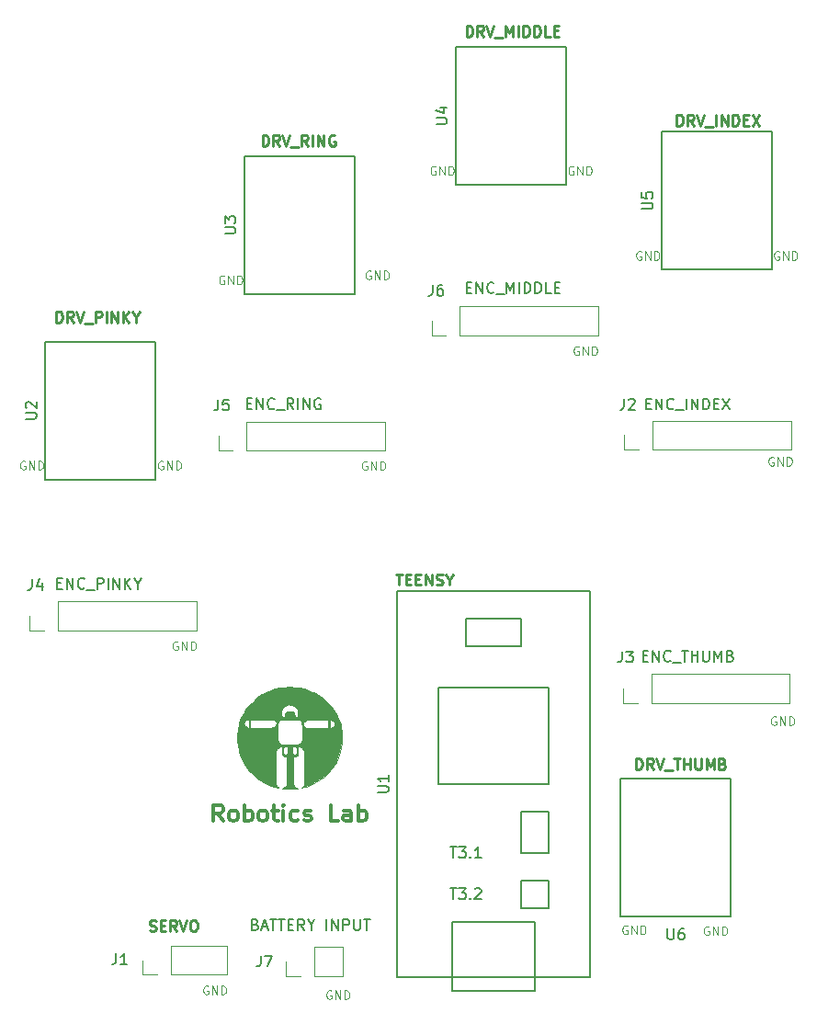
<source format=gto>
G04 #@! TF.GenerationSoftware,KiCad,Pcbnew,(5.0.2)-1*
G04 #@! TF.CreationDate,2019-04-05T17:45:13+02:00*
G04 #@! TF.ProjectId,DorsalTPMG90,446f7273-616c-4545-904d-4739302e6b69,v01*
G04 #@! TF.SameCoordinates,Original*
G04 #@! TF.FileFunction,Legend,Top*
G04 #@! TF.FilePolarity,Positive*
%FSLAX46Y46*%
G04 Gerber Fmt 4.6, Leading zero omitted, Abs format (unit mm)*
G04 Created by KiCad (PCBNEW (5.0.2)-1) date 05/04/2019 17:45:13*
%MOMM*%
%LPD*%
G01*
G04 APERTURE LIST*
%ADD10C,0.300000*%
%ADD11C,0.100000*%
%ADD12C,0.200000*%
%ADD13C,0.250000*%
%ADD14C,0.160000*%
%ADD15C,0.150000*%
%ADD16C,0.120000*%
%ADD17C,0.010000*%
G04 APERTURE END LIST*
D10*
X130982142Y-123103571D02*
X130482142Y-122389285D01*
X130125000Y-123103571D02*
X130125000Y-121603571D01*
X130696428Y-121603571D01*
X130839285Y-121675000D01*
X130910714Y-121746428D01*
X130982142Y-121889285D01*
X130982142Y-122103571D01*
X130910714Y-122246428D01*
X130839285Y-122317857D01*
X130696428Y-122389285D01*
X130125000Y-122389285D01*
X131839285Y-123103571D02*
X131696428Y-123032142D01*
X131625000Y-122960714D01*
X131553571Y-122817857D01*
X131553571Y-122389285D01*
X131625000Y-122246428D01*
X131696428Y-122175000D01*
X131839285Y-122103571D01*
X132053571Y-122103571D01*
X132196428Y-122175000D01*
X132267857Y-122246428D01*
X132339285Y-122389285D01*
X132339285Y-122817857D01*
X132267857Y-122960714D01*
X132196428Y-123032142D01*
X132053571Y-123103571D01*
X131839285Y-123103571D01*
X132982142Y-123103571D02*
X132982142Y-121603571D01*
X132982142Y-122175000D02*
X133125000Y-122103571D01*
X133410714Y-122103571D01*
X133553571Y-122175000D01*
X133625000Y-122246428D01*
X133696428Y-122389285D01*
X133696428Y-122817857D01*
X133625000Y-122960714D01*
X133553571Y-123032142D01*
X133410714Y-123103571D01*
X133125000Y-123103571D01*
X132982142Y-123032142D01*
X134553571Y-123103571D02*
X134410714Y-123032142D01*
X134339285Y-122960714D01*
X134267857Y-122817857D01*
X134267857Y-122389285D01*
X134339285Y-122246428D01*
X134410714Y-122175000D01*
X134553571Y-122103571D01*
X134767857Y-122103571D01*
X134910714Y-122175000D01*
X134982142Y-122246428D01*
X135053571Y-122389285D01*
X135053571Y-122817857D01*
X134982142Y-122960714D01*
X134910714Y-123032142D01*
X134767857Y-123103571D01*
X134553571Y-123103571D01*
X135482142Y-122103571D02*
X136053571Y-122103571D01*
X135696428Y-121603571D02*
X135696428Y-122889285D01*
X135767857Y-123032142D01*
X135910714Y-123103571D01*
X136053571Y-123103571D01*
X136553571Y-123103571D02*
X136553571Y-122103571D01*
X136553571Y-121603571D02*
X136482142Y-121675000D01*
X136553571Y-121746428D01*
X136625000Y-121675000D01*
X136553571Y-121603571D01*
X136553571Y-121746428D01*
X137910714Y-123032142D02*
X137767857Y-123103571D01*
X137482142Y-123103571D01*
X137339285Y-123032142D01*
X137267857Y-122960714D01*
X137196428Y-122817857D01*
X137196428Y-122389285D01*
X137267857Y-122246428D01*
X137339285Y-122175000D01*
X137482142Y-122103571D01*
X137767857Y-122103571D01*
X137910714Y-122175000D01*
X138482142Y-123032142D02*
X138625000Y-123103571D01*
X138910714Y-123103571D01*
X139053571Y-123032142D01*
X139125000Y-122889285D01*
X139125000Y-122817857D01*
X139053571Y-122675000D01*
X138910714Y-122603571D01*
X138696428Y-122603571D01*
X138553571Y-122532142D01*
X138482142Y-122389285D01*
X138482142Y-122317857D01*
X138553571Y-122175000D01*
X138696428Y-122103571D01*
X138910714Y-122103571D01*
X139053571Y-122175000D01*
X141625000Y-123103571D02*
X140910714Y-123103571D01*
X140910714Y-121603571D01*
X142767857Y-123103571D02*
X142767857Y-122317857D01*
X142696428Y-122175000D01*
X142553571Y-122103571D01*
X142267857Y-122103571D01*
X142125000Y-122175000D01*
X142767857Y-123032142D02*
X142625000Y-123103571D01*
X142267857Y-123103571D01*
X142125000Y-123032142D01*
X142053571Y-122889285D01*
X142053571Y-122746428D01*
X142125000Y-122603571D01*
X142267857Y-122532142D01*
X142625000Y-122532142D01*
X142767857Y-122460714D01*
X143482142Y-123103571D02*
X143482142Y-121603571D01*
X143482142Y-122175000D02*
X143625000Y-122103571D01*
X143910714Y-122103571D01*
X144053571Y-122175000D01*
X144125000Y-122246428D01*
X144196428Y-122389285D01*
X144196428Y-122817857D01*
X144125000Y-122960714D01*
X144053571Y-123032142D01*
X143910714Y-123103571D01*
X143625000Y-123103571D01*
X143482142Y-123032142D01*
D11*
X181715476Y-89600000D02*
X181639285Y-89561904D01*
X181525000Y-89561904D01*
X181410714Y-89600000D01*
X181334523Y-89676190D01*
X181296428Y-89752380D01*
X181258333Y-89904761D01*
X181258333Y-90019047D01*
X181296428Y-90171428D01*
X181334523Y-90247619D01*
X181410714Y-90323809D01*
X181525000Y-90361904D01*
X181601190Y-90361904D01*
X181715476Y-90323809D01*
X181753571Y-90285714D01*
X181753571Y-90019047D01*
X181601190Y-90019047D01*
X182096428Y-90361904D02*
X182096428Y-89561904D01*
X182553571Y-90361904D01*
X182553571Y-89561904D01*
X182934523Y-90361904D02*
X182934523Y-89561904D01*
X183125000Y-89561904D01*
X183239285Y-89600000D01*
X183315476Y-89676190D01*
X183353571Y-89752380D01*
X183391666Y-89904761D01*
X183391666Y-90019047D01*
X183353571Y-90171428D01*
X183315476Y-90247619D01*
X183239285Y-90323809D01*
X183125000Y-90361904D01*
X182934523Y-90361904D01*
X163765476Y-79425000D02*
X163689285Y-79386904D01*
X163575000Y-79386904D01*
X163460714Y-79425000D01*
X163384523Y-79501190D01*
X163346428Y-79577380D01*
X163308333Y-79729761D01*
X163308333Y-79844047D01*
X163346428Y-79996428D01*
X163384523Y-80072619D01*
X163460714Y-80148809D01*
X163575000Y-80186904D01*
X163651190Y-80186904D01*
X163765476Y-80148809D01*
X163803571Y-80110714D01*
X163803571Y-79844047D01*
X163651190Y-79844047D01*
X164146428Y-80186904D02*
X164146428Y-79386904D01*
X164603571Y-80186904D01*
X164603571Y-79386904D01*
X164984523Y-80186904D02*
X164984523Y-79386904D01*
X165175000Y-79386904D01*
X165289285Y-79425000D01*
X165365476Y-79501190D01*
X165403571Y-79577380D01*
X165441666Y-79729761D01*
X165441666Y-79844047D01*
X165403571Y-79996428D01*
X165365476Y-80072619D01*
X165289285Y-80148809D01*
X165175000Y-80186904D01*
X164984523Y-80186904D01*
X144597196Y-72442120D02*
X144521005Y-72404024D01*
X144406720Y-72404024D01*
X144292434Y-72442120D01*
X144216243Y-72518310D01*
X144178148Y-72594500D01*
X144140053Y-72746881D01*
X144140053Y-72861167D01*
X144178148Y-73013548D01*
X144216243Y-73089739D01*
X144292434Y-73165929D01*
X144406720Y-73204024D01*
X144482910Y-73204024D01*
X144597196Y-73165929D01*
X144635291Y-73127834D01*
X144635291Y-72861167D01*
X144482910Y-72861167D01*
X144978148Y-73204024D02*
X144978148Y-72404024D01*
X145435291Y-73204024D01*
X145435291Y-72404024D01*
X145816243Y-73204024D02*
X145816243Y-72404024D01*
X146006720Y-72404024D01*
X146121005Y-72442120D01*
X146197196Y-72518310D01*
X146235291Y-72594500D01*
X146273386Y-72746881D01*
X146273386Y-72861167D01*
X146235291Y-73013548D01*
X146197196Y-73089739D01*
X146121005Y-73165929D01*
X146006720Y-73204024D01*
X145816243Y-73204024D01*
X168240476Y-132750000D02*
X168164285Y-132711904D01*
X168050000Y-132711904D01*
X167935714Y-132750000D01*
X167859523Y-132826190D01*
X167821428Y-132902380D01*
X167783333Y-133054761D01*
X167783333Y-133169047D01*
X167821428Y-133321428D01*
X167859523Y-133397619D01*
X167935714Y-133473809D01*
X168050000Y-133511904D01*
X168126190Y-133511904D01*
X168240476Y-133473809D01*
X168278571Y-133435714D01*
X168278571Y-133169047D01*
X168126190Y-133169047D01*
X168621428Y-133511904D02*
X168621428Y-132711904D01*
X169078571Y-133511904D01*
X169078571Y-132711904D01*
X169459523Y-133511904D02*
X169459523Y-132711904D01*
X169650000Y-132711904D01*
X169764285Y-132750000D01*
X169840476Y-132826190D01*
X169878571Y-132902380D01*
X169916666Y-133054761D01*
X169916666Y-133169047D01*
X169878571Y-133321428D01*
X169840476Y-133397619D01*
X169764285Y-133473809D01*
X169650000Y-133511904D01*
X169459523Y-133511904D01*
X126815476Y-106575000D02*
X126739285Y-106536904D01*
X126625000Y-106536904D01*
X126510714Y-106575000D01*
X126434523Y-106651190D01*
X126396428Y-106727380D01*
X126358333Y-106879761D01*
X126358333Y-106994047D01*
X126396428Y-107146428D01*
X126434523Y-107222619D01*
X126510714Y-107298809D01*
X126625000Y-107336904D01*
X126701190Y-107336904D01*
X126815476Y-107298809D01*
X126853571Y-107260714D01*
X126853571Y-106994047D01*
X126701190Y-106994047D01*
X127196428Y-107336904D02*
X127196428Y-106536904D01*
X127653571Y-107336904D01*
X127653571Y-106536904D01*
X128034523Y-107336904D02*
X128034523Y-106536904D01*
X128225000Y-106536904D01*
X128339285Y-106575000D01*
X128415476Y-106651190D01*
X128453571Y-106727380D01*
X128491666Y-106879761D01*
X128491666Y-106994047D01*
X128453571Y-107146428D01*
X128415476Y-107222619D01*
X128339285Y-107298809D01*
X128225000Y-107336904D01*
X128034523Y-107336904D01*
X129615476Y-138300000D02*
X129539285Y-138261904D01*
X129425000Y-138261904D01*
X129310714Y-138300000D01*
X129234523Y-138376190D01*
X129196428Y-138452380D01*
X129158333Y-138604761D01*
X129158333Y-138719047D01*
X129196428Y-138871428D01*
X129234523Y-138947619D01*
X129310714Y-139023809D01*
X129425000Y-139061904D01*
X129501190Y-139061904D01*
X129615476Y-139023809D01*
X129653571Y-138985714D01*
X129653571Y-138719047D01*
X129501190Y-138719047D01*
X129996428Y-139061904D02*
X129996428Y-138261904D01*
X130453571Y-139061904D01*
X130453571Y-138261904D01*
X130834523Y-139061904D02*
X130834523Y-138261904D01*
X131025000Y-138261904D01*
X131139285Y-138300000D01*
X131215476Y-138376190D01*
X131253571Y-138452380D01*
X131291666Y-138604761D01*
X131291666Y-138719047D01*
X131253571Y-138871428D01*
X131215476Y-138947619D01*
X131139285Y-139023809D01*
X131025000Y-139061904D01*
X130834523Y-139061904D01*
X175740476Y-132825000D02*
X175664285Y-132786904D01*
X175550000Y-132786904D01*
X175435714Y-132825000D01*
X175359523Y-132901190D01*
X175321428Y-132977380D01*
X175283333Y-133129761D01*
X175283333Y-133244047D01*
X175321428Y-133396428D01*
X175359523Y-133472619D01*
X175435714Y-133548809D01*
X175550000Y-133586904D01*
X175626190Y-133586904D01*
X175740476Y-133548809D01*
X175778571Y-133510714D01*
X175778571Y-133244047D01*
X175626190Y-133244047D01*
X176121428Y-133586904D02*
X176121428Y-132786904D01*
X176578571Y-133586904D01*
X176578571Y-132786904D01*
X176959523Y-133586904D02*
X176959523Y-132786904D01*
X177150000Y-132786904D01*
X177264285Y-132825000D01*
X177340476Y-132901190D01*
X177378571Y-132977380D01*
X177416666Y-133129761D01*
X177416666Y-133244047D01*
X177378571Y-133396428D01*
X177340476Y-133472619D01*
X177264285Y-133548809D01*
X177150000Y-133586904D01*
X176959523Y-133586904D01*
D12*
X115690476Y-101178571D02*
X116023809Y-101178571D01*
X116166666Y-101702380D02*
X115690476Y-101702380D01*
X115690476Y-100702380D01*
X116166666Y-100702380D01*
X116595238Y-101702380D02*
X116595238Y-100702380D01*
X117166666Y-101702380D01*
X117166666Y-100702380D01*
X118214285Y-101607142D02*
X118166666Y-101654761D01*
X118023809Y-101702380D01*
X117928571Y-101702380D01*
X117785714Y-101654761D01*
X117690476Y-101559523D01*
X117642857Y-101464285D01*
X117595238Y-101273809D01*
X117595238Y-101130952D01*
X117642857Y-100940476D01*
X117690476Y-100845238D01*
X117785714Y-100750000D01*
X117928571Y-100702380D01*
X118023809Y-100702380D01*
X118166666Y-100750000D01*
X118214285Y-100797619D01*
X118404761Y-101797619D02*
X119166666Y-101797619D01*
X119404761Y-101702380D02*
X119404761Y-100702380D01*
X119785714Y-100702380D01*
X119880952Y-100750000D01*
X119928571Y-100797619D01*
X119976190Y-100892857D01*
X119976190Y-101035714D01*
X119928571Y-101130952D01*
X119880952Y-101178571D01*
X119785714Y-101226190D01*
X119404761Y-101226190D01*
X120404761Y-101702380D02*
X120404761Y-100702380D01*
X120880952Y-101702380D02*
X120880952Y-100702380D01*
X121452380Y-101702380D01*
X121452380Y-100702380D01*
X121928571Y-101702380D02*
X121928571Y-100702380D01*
X122500000Y-101702380D02*
X122071428Y-101130952D01*
X122500000Y-100702380D02*
X121928571Y-101273809D01*
X123119047Y-101226190D02*
X123119047Y-101702380D01*
X122785714Y-100702380D02*
X123119047Y-101226190D01*
X123452380Y-100702380D01*
X133194047Y-84628571D02*
X133527380Y-84628571D01*
X133670238Y-85152380D02*
X133194047Y-85152380D01*
X133194047Y-84152380D01*
X133670238Y-84152380D01*
X134098809Y-85152380D02*
X134098809Y-84152380D01*
X134670238Y-85152380D01*
X134670238Y-84152380D01*
X135717857Y-85057142D02*
X135670238Y-85104761D01*
X135527380Y-85152380D01*
X135432142Y-85152380D01*
X135289285Y-85104761D01*
X135194047Y-85009523D01*
X135146428Y-84914285D01*
X135098809Y-84723809D01*
X135098809Y-84580952D01*
X135146428Y-84390476D01*
X135194047Y-84295238D01*
X135289285Y-84200000D01*
X135432142Y-84152380D01*
X135527380Y-84152380D01*
X135670238Y-84200000D01*
X135717857Y-84247619D01*
X135908333Y-85247619D02*
X136670238Y-85247619D01*
X137479761Y-85152380D02*
X137146428Y-84676190D01*
X136908333Y-85152380D02*
X136908333Y-84152380D01*
X137289285Y-84152380D01*
X137384523Y-84200000D01*
X137432142Y-84247619D01*
X137479761Y-84342857D01*
X137479761Y-84485714D01*
X137432142Y-84580952D01*
X137384523Y-84628571D01*
X137289285Y-84676190D01*
X136908333Y-84676190D01*
X137908333Y-85152380D02*
X137908333Y-84152380D01*
X138384523Y-85152380D02*
X138384523Y-84152380D01*
X138955952Y-85152380D01*
X138955952Y-84152380D01*
X139955952Y-84200000D02*
X139860714Y-84152380D01*
X139717857Y-84152380D01*
X139575000Y-84200000D01*
X139479761Y-84295238D01*
X139432142Y-84390476D01*
X139384523Y-84580952D01*
X139384523Y-84723809D01*
X139432142Y-84914285D01*
X139479761Y-85009523D01*
X139575000Y-85104761D01*
X139717857Y-85152380D01*
X139813095Y-85152380D01*
X139955952Y-85104761D01*
X140003571Y-85057142D01*
X140003571Y-84723809D01*
X139813095Y-84723809D01*
X153414285Y-73953571D02*
X153747619Y-73953571D01*
X153890476Y-74477380D02*
X153414285Y-74477380D01*
X153414285Y-73477380D01*
X153890476Y-73477380D01*
X154319047Y-74477380D02*
X154319047Y-73477380D01*
X154890476Y-74477380D01*
X154890476Y-73477380D01*
X155938095Y-74382142D02*
X155890476Y-74429761D01*
X155747619Y-74477380D01*
X155652380Y-74477380D01*
X155509523Y-74429761D01*
X155414285Y-74334523D01*
X155366666Y-74239285D01*
X155319047Y-74048809D01*
X155319047Y-73905952D01*
X155366666Y-73715476D01*
X155414285Y-73620238D01*
X155509523Y-73525000D01*
X155652380Y-73477380D01*
X155747619Y-73477380D01*
X155890476Y-73525000D01*
X155938095Y-73572619D01*
X156128571Y-74572619D02*
X156890476Y-74572619D01*
X157128571Y-74477380D02*
X157128571Y-73477380D01*
X157461904Y-74191666D01*
X157795238Y-73477380D01*
X157795238Y-74477380D01*
X158271428Y-74477380D02*
X158271428Y-73477380D01*
X158747619Y-74477380D02*
X158747619Y-73477380D01*
X158985714Y-73477380D01*
X159128571Y-73525000D01*
X159223809Y-73620238D01*
X159271428Y-73715476D01*
X159319047Y-73905952D01*
X159319047Y-74048809D01*
X159271428Y-74239285D01*
X159223809Y-74334523D01*
X159128571Y-74429761D01*
X158985714Y-74477380D01*
X158747619Y-74477380D01*
X159747619Y-74477380D02*
X159747619Y-73477380D01*
X159985714Y-73477380D01*
X160128571Y-73525000D01*
X160223809Y-73620238D01*
X160271428Y-73715476D01*
X160319047Y-73905952D01*
X160319047Y-74048809D01*
X160271428Y-74239285D01*
X160223809Y-74334523D01*
X160128571Y-74429761D01*
X159985714Y-74477380D01*
X159747619Y-74477380D01*
X161223809Y-74477380D02*
X160747619Y-74477380D01*
X160747619Y-73477380D01*
X161557142Y-73953571D02*
X161890476Y-73953571D01*
X162033333Y-74477380D02*
X161557142Y-74477380D01*
X161557142Y-73477380D01*
X162033333Y-73477380D01*
X169680952Y-107878571D02*
X170014285Y-107878571D01*
X170157142Y-108402380D02*
X169680952Y-108402380D01*
X169680952Y-107402380D01*
X170157142Y-107402380D01*
X170585714Y-108402380D02*
X170585714Y-107402380D01*
X171157142Y-108402380D01*
X171157142Y-107402380D01*
X172204761Y-108307142D02*
X172157142Y-108354761D01*
X172014285Y-108402380D01*
X171919047Y-108402380D01*
X171776190Y-108354761D01*
X171680952Y-108259523D01*
X171633333Y-108164285D01*
X171585714Y-107973809D01*
X171585714Y-107830952D01*
X171633333Y-107640476D01*
X171680952Y-107545238D01*
X171776190Y-107450000D01*
X171919047Y-107402380D01*
X172014285Y-107402380D01*
X172157142Y-107450000D01*
X172204761Y-107497619D01*
X172395238Y-108497619D02*
X173157142Y-108497619D01*
X173252380Y-107402380D02*
X173823809Y-107402380D01*
X173538095Y-108402380D02*
X173538095Y-107402380D01*
X174157142Y-108402380D02*
X174157142Y-107402380D01*
X174157142Y-107878571D02*
X174728571Y-107878571D01*
X174728571Y-108402380D02*
X174728571Y-107402380D01*
X175204761Y-107402380D02*
X175204761Y-108211904D01*
X175252380Y-108307142D01*
X175300000Y-108354761D01*
X175395238Y-108402380D01*
X175585714Y-108402380D01*
X175680952Y-108354761D01*
X175728571Y-108307142D01*
X175776190Y-108211904D01*
X175776190Y-107402380D01*
X176252380Y-108402380D02*
X176252380Y-107402380D01*
X176585714Y-108116666D01*
X176919047Y-107402380D01*
X176919047Y-108402380D01*
X177728571Y-107878571D02*
X177871428Y-107926190D01*
X177919047Y-107973809D01*
X177966666Y-108069047D01*
X177966666Y-108211904D01*
X177919047Y-108307142D01*
X177871428Y-108354761D01*
X177776190Y-108402380D01*
X177395238Y-108402380D01*
X177395238Y-107402380D01*
X177728571Y-107402380D01*
X177823809Y-107450000D01*
X177871428Y-107497619D01*
X177919047Y-107592857D01*
X177919047Y-107688095D01*
X177871428Y-107783333D01*
X177823809Y-107830952D01*
X177728571Y-107878571D01*
X177395238Y-107878571D01*
X169965476Y-84653571D02*
X170298809Y-84653571D01*
X170441666Y-85177380D02*
X169965476Y-85177380D01*
X169965476Y-84177380D01*
X170441666Y-84177380D01*
X170870238Y-85177380D02*
X170870238Y-84177380D01*
X171441666Y-85177380D01*
X171441666Y-84177380D01*
X172489285Y-85082142D02*
X172441666Y-85129761D01*
X172298809Y-85177380D01*
X172203571Y-85177380D01*
X172060714Y-85129761D01*
X171965476Y-85034523D01*
X171917857Y-84939285D01*
X171870238Y-84748809D01*
X171870238Y-84605952D01*
X171917857Y-84415476D01*
X171965476Y-84320238D01*
X172060714Y-84225000D01*
X172203571Y-84177380D01*
X172298809Y-84177380D01*
X172441666Y-84225000D01*
X172489285Y-84272619D01*
X172679761Y-85272619D02*
X173441666Y-85272619D01*
X173679761Y-85177380D02*
X173679761Y-84177380D01*
X174155952Y-85177380D02*
X174155952Y-84177380D01*
X174727380Y-85177380D01*
X174727380Y-84177380D01*
X175203571Y-85177380D02*
X175203571Y-84177380D01*
X175441666Y-84177380D01*
X175584523Y-84225000D01*
X175679761Y-84320238D01*
X175727380Y-84415476D01*
X175775000Y-84605952D01*
X175775000Y-84748809D01*
X175727380Y-84939285D01*
X175679761Y-85034523D01*
X175584523Y-85129761D01*
X175441666Y-85177380D01*
X175203571Y-85177380D01*
X176203571Y-84653571D02*
X176536904Y-84653571D01*
X176679761Y-85177380D02*
X176203571Y-85177380D01*
X176203571Y-84177380D01*
X176679761Y-84177380D01*
X177013095Y-84177380D02*
X177679761Y-85177380D01*
X177679761Y-84177380D02*
X177013095Y-85177380D01*
X133961500Y-132615631D02*
X134104358Y-132663250D01*
X134151977Y-132710869D01*
X134199596Y-132806107D01*
X134199596Y-132948964D01*
X134151977Y-133044202D01*
X134104358Y-133091821D01*
X134009120Y-133139440D01*
X133628167Y-133139440D01*
X133628167Y-132139440D01*
X133961500Y-132139440D01*
X134056739Y-132187060D01*
X134104358Y-132234679D01*
X134151977Y-132329917D01*
X134151977Y-132425155D01*
X134104358Y-132520393D01*
X134056739Y-132568012D01*
X133961500Y-132615631D01*
X133628167Y-132615631D01*
X134580548Y-132853726D02*
X135056739Y-132853726D01*
X134485310Y-133139440D02*
X134818643Y-132139440D01*
X135151977Y-133139440D01*
X135342453Y-132139440D02*
X135913881Y-132139440D01*
X135628167Y-133139440D02*
X135628167Y-132139440D01*
X136104358Y-132139440D02*
X136675786Y-132139440D01*
X136390072Y-133139440D02*
X136390072Y-132139440D01*
X137009120Y-132615631D02*
X137342453Y-132615631D01*
X137485310Y-133139440D02*
X137009120Y-133139440D01*
X137009120Y-132139440D01*
X137485310Y-132139440D01*
X138485310Y-133139440D02*
X138151977Y-132663250D01*
X137913881Y-133139440D02*
X137913881Y-132139440D01*
X138294834Y-132139440D01*
X138390072Y-132187060D01*
X138437691Y-132234679D01*
X138485310Y-132329917D01*
X138485310Y-132472774D01*
X138437691Y-132568012D01*
X138390072Y-132615631D01*
X138294834Y-132663250D01*
X137913881Y-132663250D01*
X139104358Y-132663250D02*
X139104358Y-133139440D01*
X138771024Y-132139440D02*
X139104358Y-132663250D01*
X139437691Y-132139440D01*
X140532929Y-133139440D02*
X140532929Y-132139440D01*
X141009120Y-133139440D02*
X141009120Y-132139440D01*
X141580548Y-133139440D01*
X141580548Y-132139440D01*
X142056739Y-133139440D02*
X142056739Y-132139440D01*
X142437691Y-132139440D01*
X142532929Y-132187060D01*
X142580548Y-132234679D01*
X142628167Y-132329917D01*
X142628167Y-132472774D01*
X142580548Y-132568012D01*
X142532929Y-132615631D01*
X142437691Y-132663250D01*
X142056739Y-132663250D01*
X143056739Y-132139440D02*
X143056739Y-132948964D01*
X143104358Y-133044202D01*
X143151977Y-133091821D01*
X143247215Y-133139440D01*
X143437691Y-133139440D01*
X143532929Y-133091821D01*
X143580548Y-133044202D01*
X143628167Y-132948964D01*
X143628167Y-132139440D01*
X143961500Y-132139440D02*
X144532929Y-132139440D01*
X144247215Y-133139440D02*
X144247215Y-132139440D01*
D13*
X124230403Y-133180721D02*
X124373260Y-133228340D01*
X124611356Y-133228340D01*
X124706594Y-133180721D01*
X124754213Y-133133102D01*
X124801832Y-133037864D01*
X124801832Y-132942626D01*
X124754213Y-132847388D01*
X124706594Y-132799769D01*
X124611356Y-132752150D01*
X124420880Y-132704531D01*
X124325641Y-132656912D01*
X124278022Y-132609293D01*
X124230403Y-132514055D01*
X124230403Y-132418817D01*
X124278022Y-132323579D01*
X124325641Y-132275960D01*
X124420880Y-132228340D01*
X124658975Y-132228340D01*
X124801832Y-132275960D01*
X125230403Y-132704531D02*
X125563737Y-132704531D01*
X125706594Y-133228340D02*
X125230403Y-133228340D01*
X125230403Y-132228340D01*
X125706594Y-132228340D01*
X126706594Y-133228340D02*
X126373260Y-132752150D01*
X126135165Y-133228340D02*
X126135165Y-132228340D01*
X126516118Y-132228340D01*
X126611356Y-132275960D01*
X126658975Y-132323579D01*
X126706594Y-132418817D01*
X126706594Y-132561674D01*
X126658975Y-132656912D01*
X126611356Y-132704531D01*
X126516118Y-132752150D01*
X126135165Y-132752150D01*
X126992308Y-132228340D02*
X127325641Y-133228340D01*
X127658975Y-132228340D01*
X128182784Y-132228340D02*
X128373260Y-132228340D01*
X128468499Y-132275960D01*
X128563737Y-132371198D01*
X128611356Y-132561674D01*
X128611356Y-132895007D01*
X128563737Y-133085483D01*
X128468499Y-133180721D01*
X128373260Y-133228340D01*
X128182784Y-133228340D01*
X128087546Y-133180721D01*
X127992308Y-133085483D01*
X127944689Y-132895007D01*
X127944689Y-132561674D01*
X127992308Y-132371198D01*
X128087546Y-132275960D01*
X128182784Y-132228340D01*
X146930952Y-100352380D02*
X147502380Y-100352380D01*
X147216666Y-101352380D02*
X147216666Y-100352380D01*
X147835714Y-100828571D02*
X148169047Y-100828571D01*
X148311904Y-101352380D02*
X147835714Y-101352380D01*
X147835714Y-100352380D01*
X148311904Y-100352380D01*
X148740476Y-100828571D02*
X149073809Y-100828571D01*
X149216666Y-101352380D02*
X148740476Y-101352380D01*
X148740476Y-100352380D01*
X149216666Y-100352380D01*
X149645238Y-101352380D02*
X149645238Y-100352380D01*
X150216666Y-101352380D01*
X150216666Y-100352380D01*
X150645238Y-101304761D02*
X150788095Y-101352380D01*
X151026190Y-101352380D01*
X151121428Y-101304761D01*
X151169047Y-101257142D01*
X151216666Y-101161904D01*
X151216666Y-101066666D01*
X151169047Y-100971428D01*
X151121428Y-100923809D01*
X151026190Y-100876190D01*
X150835714Y-100828571D01*
X150740476Y-100780952D01*
X150692857Y-100733333D01*
X150645238Y-100638095D01*
X150645238Y-100542857D01*
X150692857Y-100447619D01*
X150740476Y-100400000D01*
X150835714Y-100352380D01*
X151073809Y-100352380D01*
X151216666Y-100400000D01*
X151835714Y-100876190D02*
X151835714Y-101352380D01*
X151502380Y-100352380D02*
X151835714Y-100876190D01*
X152169047Y-100352380D01*
X169053571Y-118327380D02*
X169053571Y-117327380D01*
X169291666Y-117327380D01*
X169434523Y-117375000D01*
X169529761Y-117470238D01*
X169577380Y-117565476D01*
X169625000Y-117755952D01*
X169625000Y-117898809D01*
X169577380Y-118089285D01*
X169529761Y-118184523D01*
X169434523Y-118279761D01*
X169291666Y-118327380D01*
X169053571Y-118327380D01*
X170625000Y-118327380D02*
X170291666Y-117851190D01*
X170053571Y-118327380D02*
X170053571Y-117327380D01*
X170434523Y-117327380D01*
X170529761Y-117375000D01*
X170577380Y-117422619D01*
X170625000Y-117517857D01*
X170625000Y-117660714D01*
X170577380Y-117755952D01*
X170529761Y-117803571D01*
X170434523Y-117851190D01*
X170053571Y-117851190D01*
X170910714Y-117327380D02*
X171244047Y-118327380D01*
X171577380Y-117327380D01*
X171672619Y-118422619D02*
X172434523Y-118422619D01*
X172529761Y-117327380D02*
X173101190Y-117327380D01*
X172815476Y-118327380D02*
X172815476Y-117327380D01*
X173434523Y-118327380D02*
X173434523Y-117327380D01*
X173434523Y-117803571D02*
X174005952Y-117803571D01*
X174005952Y-118327380D02*
X174005952Y-117327380D01*
X174482142Y-117327380D02*
X174482142Y-118136904D01*
X174529761Y-118232142D01*
X174577380Y-118279761D01*
X174672619Y-118327380D01*
X174863095Y-118327380D01*
X174958333Y-118279761D01*
X175005952Y-118232142D01*
X175053571Y-118136904D01*
X175053571Y-117327380D01*
X175529761Y-118327380D02*
X175529761Y-117327380D01*
X175863095Y-118041666D01*
X176196428Y-117327380D01*
X176196428Y-118327380D01*
X177005952Y-117803571D02*
X177148809Y-117851190D01*
X177196428Y-117898809D01*
X177244047Y-117994047D01*
X177244047Y-118136904D01*
X177196428Y-118232142D01*
X177148809Y-118279761D01*
X177053571Y-118327380D01*
X176672619Y-118327380D01*
X176672619Y-117327380D01*
X177005952Y-117327380D01*
X177101190Y-117375000D01*
X177148809Y-117422619D01*
X177196428Y-117517857D01*
X177196428Y-117613095D01*
X177148809Y-117708333D01*
X177101190Y-117755952D01*
X177005952Y-117803571D01*
X176672619Y-117803571D01*
X115618095Y-77155300D02*
X115618095Y-76155300D01*
X115856190Y-76155300D01*
X115999047Y-76202920D01*
X116094285Y-76298158D01*
X116141904Y-76393396D01*
X116189523Y-76583872D01*
X116189523Y-76726729D01*
X116141904Y-76917205D01*
X116094285Y-77012443D01*
X115999047Y-77107681D01*
X115856190Y-77155300D01*
X115618095Y-77155300D01*
X117189523Y-77155300D02*
X116856190Y-76679110D01*
X116618095Y-77155300D02*
X116618095Y-76155300D01*
X116999047Y-76155300D01*
X117094285Y-76202920D01*
X117141904Y-76250539D01*
X117189523Y-76345777D01*
X117189523Y-76488634D01*
X117141904Y-76583872D01*
X117094285Y-76631491D01*
X116999047Y-76679110D01*
X116618095Y-76679110D01*
X117475238Y-76155300D02*
X117808571Y-77155300D01*
X118141904Y-76155300D01*
X118237142Y-77250539D02*
X118999047Y-77250539D01*
X119237142Y-77155300D02*
X119237142Y-76155300D01*
X119618095Y-76155300D01*
X119713333Y-76202920D01*
X119760952Y-76250539D01*
X119808571Y-76345777D01*
X119808571Y-76488634D01*
X119760952Y-76583872D01*
X119713333Y-76631491D01*
X119618095Y-76679110D01*
X119237142Y-76679110D01*
X120237142Y-77155300D02*
X120237142Y-76155300D01*
X120713333Y-77155300D02*
X120713333Y-76155300D01*
X121284761Y-77155300D01*
X121284761Y-76155300D01*
X121760952Y-77155300D02*
X121760952Y-76155300D01*
X122332380Y-77155300D02*
X121903809Y-76583872D01*
X122332380Y-76155300D02*
X121760952Y-76726729D01*
X122951428Y-76679110D02*
X122951428Y-77155300D01*
X122618095Y-76155300D02*
X122951428Y-76679110D01*
X123284761Y-76155300D01*
X134616666Y-60902380D02*
X134616666Y-59902380D01*
X134854761Y-59902380D01*
X134997619Y-59950000D01*
X135092857Y-60045238D01*
X135140476Y-60140476D01*
X135188095Y-60330952D01*
X135188095Y-60473809D01*
X135140476Y-60664285D01*
X135092857Y-60759523D01*
X134997619Y-60854761D01*
X134854761Y-60902380D01*
X134616666Y-60902380D01*
X136188095Y-60902380D02*
X135854761Y-60426190D01*
X135616666Y-60902380D02*
X135616666Y-59902380D01*
X135997619Y-59902380D01*
X136092857Y-59950000D01*
X136140476Y-59997619D01*
X136188095Y-60092857D01*
X136188095Y-60235714D01*
X136140476Y-60330952D01*
X136092857Y-60378571D01*
X135997619Y-60426190D01*
X135616666Y-60426190D01*
X136473809Y-59902380D02*
X136807142Y-60902380D01*
X137140476Y-59902380D01*
X137235714Y-60997619D02*
X137997619Y-60997619D01*
X138807142Y-60902380D02*
X138473809Y-60426190D01*
X138235714Y-60902380D02*
X138235714Y-59902380D01*
X138616666Y-59902380D01*
X138711904Y-59950000D01*
X138759523Y-59997619D01*
X138807142Y-60092857D01*
X138807142Y-60235714D01*
X138759523Y-60330952D01*
X138711904Y-60378571D01*
X138616666Y-60426190D01*
X138235714Y-60426190D01*
X139235714Y-60902380D02*
X139235714Y-59902380D01*
X139711904Y-60902380D02*
X139711904Y-59902380D01*
X140283333Y-60902380D01*
X140283333Y-59902380D01*
X141283333Y-59950000D02*
X141188095Y-59902380D01*
X141045238Y-59902380D01*
X140902380Y-59950000D01*
X140807142Y-60045238D01*
X140759523Y-60140476D01*
X140711904Y-60330952D01*
X140711904Y-60473809D01*
X140759523Y-60664285D01*
X140807142Y-60759523D01*
X140902380Y-60854761D01*
X141045238Y-60902380D01*
X141140476Y-60902380D01*
X141283333Y-60854761D01*
X141330952Y-60807142D01*
X141330952Y-60473809D01*
X141140476Y-60473809D01*
X153411904Y-50827380D02*
X153411904Y-49827380D01*
X153650000Y-49827380D01*
X153792857Y-49875000D01*
X153888095Y-49970238D01*
X153935714Y-50065476D01*
X153983333Y-50255952D01*
X153983333Y-50398809D01*
X153935714Y-50589285D01*
X153888095Y-50684523D01*
X153792857Y-50779761D01*
X153650000Y-50827380D01*
X153411904Y-50827380D01*
X154983333Y-50827380D02*
X154650000Y-50351190D01*
X154411904Y-50827380D02*
X154411904Y-49827380D01*
X154792857Y-49827380D01*
X154888095Y-49875000D01*
X154935714Y-49922619D01*
X154983333Y-50017857D01*
X154983333Y-50160714D01*
X154935714Y-50255952D01*
X154888095Y-50303571D01*
X154792857Y-50351190D01*
X154411904Y-50351190D01*
X155269047Y-49827380D02*
X155602380Y-50827380D01*
X155935714Y-49827380D01*
X156030952Y-50922619D02*
X156792857Y-50922619D01*
X157030952Y-50827380D02*
X157030952Y-49827380D01*
X157364285Y-50541666D01*
X157697619Y-49827380D01*
X157697619Y-50827380D01*
X158173809Y-50827380D02*
X158173809Y-49827380D01*
X158650000Y-50827380D02*
X158650000Y-49827380D01*
X158888095Y-49827380D01*
X159030952Y-49875000D01*
X159126190Y-49970238D01*
X159173809Y-50065476D01*
X159221428Y-50255952D01*
X159221428Y-50398809D01*
X159173809Y-50589285D01*
X159126190Y-50684523D01*
X159030952Y-50779761D01*
X158888095Y-50827380D01*
X158650000Y-50827380D01*
X159650000Y-50827380D02*
X159650000Y-49827380D01*
X159888095Y-49827380D01*
X160030952Y-49875000D01*
X160126190Y-49970238D01*
X160173809Y-50065476D01*
X160221428Y-50255952D01*
X160221428Y-50398809D01*
X160173809Y-50589285D01*
X160126190Y-50684523D01*
X160030952Y-50779761D01*
X159888095Y-50827380D01*
X159650000Y-50827380D01*
X161126190Y-50827380D02*
X160650000Y-50827380D01*
X160650000Y-49827380D01*
X161459523Y-50303571D02*
X161792857Y-50303571D01*
X161935714Y-50827380D02*
X161459523Y-50827380D01*
X161459523Y-49827380D01*
X161935714Y-49827380D01*
X172788095Y-59027380D02*
X172788095Y-58027380D01*
X173026190Y-58027380D01*
X173169047Y-58075000D01*
X173264285Y-58170238D01*
X173311904Y-58265476D01*
X173359523Y-58455952D01*
X173359523Y-58598809D01*
X173311904Y-58789285D01*
X173264285Y-58884523D01*
X173169047Y-58979761D01*
X173026190Y-59027380D01*
X172788095Y-59027380D01*
X174359523Y-59027380D02*
X174026190Y-58551190D01*
X173788095Y-59027380D02*
X173788095Y-58027380D01*
X174169047Y-58027380D01*
X174264285Y-58075000D01*
X174311904Y-58122619D01*
X174359523Y-58217857D01*
X174359523Y-58360714D01*
X174311904Y-58455952D01*
X174264285Y-58503571D01*
X174169047Y-58551190D01*
X173788095Y-58551190D01*
X174645238Y-58027380D02*
X174978571Y-59027380D01*
X175311904Y-58027380D01*
X175407142Y-59122619D02*
X176169047Y-59122619D01*
X176407142Y-59027380D02*
X176407142Y-58027380D01*
X176883333Y-59027380D02*
X176883333Y-58027380D01*
X177454761Y-59027380D01*
X177454761Y-58027380D01*
X177930952Y-59027380D02*
X177930952Y-58027380D01*
X178169047Y-58027380D01*
X178311904Y-58075000D01*
X178407142Y-58170238D01*
X178454761Y-58265476D01*
X178502380Y-58455952D01*
X178502380Y-58598809D01*
X178454761Y-58789285D01*
X178407142Y-58884523D01*
X178311904Y-58979761D01*
X178169047Y-59027380D01*
X177930952Y-59027380D01*
X178930952Y-58503571D02*
X179264285Y-58503571D01*
X179407142Y-59027380D02*
X178930952Y-59027380D01*
X178930952Y-58027380D01*
X179407142Y-58027380D01*
X179740476Y-58027380D02*
X180407142Y-59027380D01*
X180407142Y-58027380D02*
X179740476Y-59027380D01*
D14*
G04 #@! TO.C,U3*
X143134080Y-74550000D02*
X132974080Y-74550000D01*
X132974080Y-74550000D02*
X132974080Y-61850000D01*
X132974080Y-61850000D02*
X143134080Y-61850000D01*
X143134080Y-61850000D02*
X143134080Y-74550000D01*
D15*
G04 #@! TO.C,U1*
X164815000Y-137455000D02*
X147035000Y-137455000D01*
X164815000Y-101895000D02*
X164815000Y-137455000D01*
X147035000Y-101895000D02*
X164815000Y-101895000D01*
X147035000Y-137455000D02*
X147035000Y-101895000D01*
X161005000Y-110785000D02*
X161005000Y-119675000D01*
X150845000Y-110785000D02*
X150845000Y-119675000D01*
X150845000Y-119675000D02*
X161005000Y-119675000D01*
X161005000Y-110785000D02*
X150845000Y-110785000D01*
X153385000Y-106975000D02*
X153385000Y-104435000D01*
X158465000Y-106975000D02*
X153385000Y-106975000D01*
X158465000Y-104435000D02*
X158465000Y-106975000D01*
X153385000Y-104435000D02*
X158465000Y-104435000D01*
X158465000Y-131105000D02*
X161005000Y-131105000D01*
X158465000Y-128565000D02*
X158465000Y-131105000D01*
X161005000Y-128565000D02*
X158465000Y-128565000D01*
X161005000Y-131105000D02*
X161005000Y-128565000D01*
X159735000Y-132375000D02*
X159735000Y-137455000D01*
X152115000Y-132375000D02*
X152115000Y-137455000D01*
X159735000Y-132375000D02*
X152115000Y-132375000D01*
X158465000Y-126025000D02*
X161005000Y-126025000D01*
X158465000Y-122215000D02*
X158465000Y-126025000D01*
X161005000Y-122215000D02*
X158465000Y-122215000D01*
X161005000Y-126025000D02*
X161005000Y-122215000D01*
X152115000Y-138725000D02*
X152115000Y-137455000D01*
X159735000Y-138725000D02*
X152115000Y-138725000D01*
X159735000Y-137455000D02*
X159735000Y-138725000D01*
D14*
G04 #@! TO.C,U6*
X177780000Y-119200000D02*
X177780000Y-131900000D01*
X167620000Y-119200000D02*
X177780000Y-119200000D01*
X167620000Y-131900000D02*
X167620000Y-119200000D01*
X177780000Y-131900000D02*
X167620000Y-131900000D01*
G04 #@! TO.C,U5*
X181549040Y-59611260D02*
X181549040Y-72311260D01*
X171389040Y-59611260D02*
X181549040Y-59611260D01*
X171389040Y-72311260D02*
X171389040Y-59611260D01*
X181549040Y-72311260D02*
X171389040Y-72311260D01*
D16*
G04 #@! TO.C,J1*
X131344980Y-137253020D02*
X131344980Y-134593020D01*
X126204980Y-137253020D02*
X131344980Y-137253020D01*
X126204980Y-134593020D02*
X131344980Y-134593020D01*
X126204980Y-137253020D02*
X126204980Y-134593020D01*
X124934980Y-137253020D02*
X123604980Y-137253020D01*
X123604980Y-137253020D02*
X123604980Y-135923020D01*
G04 #@! TO.C,J2*
X183305000Y-88880000D02*
X183305000Y-86220000D01*
X170545000Y-88880000D02*
X183305000Y-88880000D01*
X170545000Y-86220000D02*
X183305000Y-86220000D01*
X170545000Y-88880000D02*
X170545000Y-86220000D01*
X169275000Y-88880000D02*
X167945000Y-88880000D01*
X167945000Y-88880000D02*
X167945000Y-87550000D01*
G04 #@! TO.C,J3*
X183191460Y-112206080D02*
X183191460Y-109546080D01*
X170431460Y-112206080D02*
X183191460Y-112206080D01*
X170431460Y-109546080D02*
X183191460Y-109546080D01*
X170431460Y-112206080D02*
X170431460Y-109546080D01*
X169161460Y-112206080D02*
X167831460Y-112206080D01*
X167831460Y-112206080D02*
X167831460Y-110876080D01*
G04 #@! TO.C,J4*
X128530000Y-105530000D02*
X128530000Y-102870000D01*
X115770000Y-105530000D02*
X128530000Y-105530000D01*
X115770000Y-102870000D02*
X128530000Y-102870000D01*
X115770000Y-105530000D02*
X115770000Y-102870000D01*
X114500000Y-105530000D02*
X113170000Y-105530000D01*
X113170000Y-105530000D02*
X113170000Y-104200000D01*
G04 #@! TO.C,J5*
X130550000Y-88955000D02*
X130550000Y-87625000D01*
X131880000Y-88955000D02*
X130550000Y-88955000D01*
X133150000Y-88955000D02*
X133150000Y-86295000D01*
X133150000Y-86295000D02*
X145910000Y-86295000D01*
X133150000Y-88955000D02*
X145910000Y-88955000D01*
X145910000Y-88955000D02*
X145910000Y-86295000D01*
G04 #@! TO.C,J6*
X165555000Y-78355000D02*
X165555000Y-75695000D01*
X152795000Y-78355000D02*
X165555000Y-78355000D01*
X152795000Y-75695000D02*
X165555000Y-75695000D01*
X152795000Y-78355000D02*
X152795000Y-75695000D01*
X151525000Y-78355000D02*
X150195000Y-78355000D01*
X150195000Y-78355000D02*
X150195000Y-77025000D01*
D14*
G04 #@! TO.C,U2*
X124780000Y-78925000D02*
X124780000Y-91625000D01*
X114620000Y-78925000D02*
X124780000Y-78925000D01*
X114620000Y-91625000D02*
X114620000Y-78925000D01*
X124780000Y-91625000D02*
X114620000Y-91625000D01*
G04 #@! TO.C,U4*
X162605000Y-64475000D02*
X152445000Y-64475000D01*
X152445000Y-64475000D02*
X152445000Y-51775000D01*
X152445000Y-51775000D02*
X162605000Y-51775000D01*
X162605000Y-51775000D02*
X162605000Y-64475000D01*
D16*
G04 #@! TO.C,J7*
X142005360Y-137369860D02*
X142005360Y-134709860D01*
X139405360Y-137369860D02*
X142005360Y-137369860D01*
X139405360Y-134709860D02*
X142005360Y-134709860D01*
X139405360Y-137369860D02*
X139405360Y-134709860D01*
X138135360Y-137369860D02*
X136805360Y-137369860D01*
X136805360Y-137369860D02*
X136805360Y-136039860D01*
D17*
G04 #@! TO.C,G\002A\002A\002A*
G36*
X137583606Y-110769629D02*
X138015306Y-110822944D01*
X138430429Y-110914738D01*
X138839703Y-111047412D01*
X139253855Y-111223368D01*
X139276425Y-111234080D01*
X139613713Y-111409067D01*
X139921890Y-111600363D01*
X140214887Y-111817670D01*
X140506639Y-112070686D01*
X140587686Y-112147033D01*
X140810310Y-112373245D01*
X141004964Y-112601498D01*
X141179602Y-112843068D01*
X141342178Y-113109234D01*
X141500645Y-113411274D01*
X141547021Y-113507300D01*
X141655220Y-113749601D01*
X141740117Y-113976320D01*
X141809890Y-114211275D01*
X141859506Y-114417529D01*
X141942604Y-114900367D01*
X141975876Y-115375722D01*
X141959172Y-115844509D01*
X141892344Y-116307646D01*
X141775241Y-116766050D01*
X141607715Y-117220638D01*
X141389616Y-117672327D01*
X141304744Y-117823975D01*
X141201199Y-117995786D01*
X141099858Y-118146984D01*
X140991044Y-118290097D01*
X140865081Y-118437654D01*
X140712293Y-118602183D01*
X140668661Y-118647548D01*
X140307300Y-118985652D01*
X139917077Y-119283363D01*
X139501144Y-119538802D01*
X139062656Y-119750088D01*
X138604765Y-119915342D01*
X138483500Y-119950378D01*
X138388605Y-119976584D01*
X138308387Y-119999032D01*
X138259706Y-120013003D01*
X138258742Y-120013292D01*
X138245867Y-120007195D01*
X138269972Y-119971834D01*
X138310152Y-119929047D01*
X138373962Y-119851239D01*
X138424533Y-119765125D01*
X138439659Y-119726743D01*
X138446797Y-119688179D01*
X138452884Y-119621850D01*
X138457976Y-119524879D01*
X138462130Y-119394385D01*
X138465402Y-119227489D01*
X138467848Y-119021311D01*
X138469526Y-118772974D01*
X138470491Y-118479597D01*
X138470800Y-118138490D01*
X138470800Y-116654174D01*
X138406459Y-116525058D01*
X138316680Y-116391498D01*
X138203256Y-116301348D01*
X138068838Y-116256411D01*
X138004416Y-116251431D01*
X137873900Y-116250500D01*
X137881534Y-116606100D01*
X137883257Y-116770272D01*
X137880079Y-116890105D01*
X137871614Y-116971860D01*
X137857479Y-117021796D01*
X137855781Y-117025200D01*
X137794035Y-117094290D01*
X137698141Y-117146668D01*
X137583915Y-117174791D01*
X137536240Y-117177560D01*
X137427180Y-117177600D01*
X137442100Y-119708962D01*
X137519057Y-119833398D01*
X137596090Y-119933172D01*
X137693625Y-120005467D01*
X137729671Y-120024618D01*
X137863328Y-120091403D01*
X137744419Y-120107701D01*
X137678467Y-120112962D01*
X137573962Y-120116849D01*
X137440421Y-120119408D01*
X137287361Y-120120686D01*
X137124298Y-120120727D01*
X136960749Y-120119577D01*
X136806231Y-120117282D01*
X136670260Y-120113889D01*
X136562354Y-120109442D01*
X136492029Y-120103987D01*
X136476900Y-120101609D01*
X136400700Y-120085228D01*
X136507505Y-120053137D01*
X136647778Y-119986418D01*
X136760669Y-119882776D01*
X136822856Y-119782150D01*
X136833530Y-119755741D01*
X136842451Y-119724579D01*
X136849779Y-119684134D01*
X136855671Y-119629879D01*
X136860286Y-119557281D01*
X136863781Y-119461813D01*
X136866317Y-119338944D01*
X136868049Y-119184144D01*
X136869138Y-118992885D01*
X136869741Y-118760636D01*
X136870017Y-118482868D01*
X136870042Y-118432103D01*
X136870600Y-117184707D01*
X136733163Y-117170522D01*
X136599917Y-117142825D01*
X136503649Y-117092598D01*
X136449674Y-117022703D01*
X136447420Y-117016577D01*
X136441146Y-116972113D01*
X136436803Y-116887710D01*
X136434688Y-116774206D01*
X136435099Y-116642436D01*
X136435856Y-116595976D01*
X136436267Y-116575059D01*
X136540400Y-116575059D01*
X136541315Y-116695289D01*
X136545400Y-116775805D01*
X136554659Y-116827678D01*
X136571099Y-116861981D01*
X136596724Y-116889786D01*
X136597550Y-116890539D01*
X136680281Y-116949744D01*
X136749522Y-116963132D01*
X136764727Y-116959687D01*
X136811987Y-116949632D01*
X136821877Y-116949000D01*
X136855296Y-116932673D01*
X136896000Y-116898200D01*
X136919139Y-116869103D01*
X136934058Y-116830242D01*
X136942483Y-116770780D01*
X136946143Y-116679882D01*
X136946800Y-116579545D01*
X136946758Y-116573094D01*
X137353200Y-116573094D01*
X137356008Y-116702327D01*
X137365351Y-116791008D01*
X137382606Y-116849124D01*
X137394017Y-116868972D01*
X137453535Y-116927472D01*
X137523575Y-116960117D01*
X137577527Y-116960111D01*
X137624686Y-116949669D01*
X137634677Y-116949000D01*
X137668096Y-116932673D01*
X137708800Y-116898200D01*
X137731562Y-116869723D01*
X137746386Y-116831797D01*
X137754907Y-116773837D01*
X137758764Y-116685262D01*
X137759600Y-116569843D01*
X137759053Y-116447557D01*
X137755976Y-116365438D01*
X137748215Y-116312853D01*
X137733614Y-116279168D01*
X137710018Y-116253753D01*
X137692674Y-116239643D01*
X137604720Y-116193932D01*
X137519555Y-116198620D01*
X137435001Y-116253884D01*
X137427446Y-116261246D01*
X137392632Y-116298720D01*
X137370847Y-116334986D01*
X137359045Y-116382840D01*
X137354178Y-116455078D01*
X137353201Y-116564493D01*
X137353200Y-116573094D01*
X136946758Y-116573094D01*
X136945996Y-116458599D01*
X136942157Y-116377109D01*
X136933144Y-116323739D01*
X136916815Y-116287153D01*
X136891030Y-116256013D01*
X136884454Y-116249345D01*
X136801344Y-116196939D01*
X136710990Y-116192637D01*
X136622483Y-116236441D01*
X136607608Y-116249287D01*
X136577389Y-116280022D01*
X136557916Y-116312408D01*
X136546836Y-116357855D01*
X136541795Y-116427771D01*
X136540440Y-116533567D01*
X136540400Y-116575059D01*
X136436267Y-116575059D01*
X136443053Y-116230253D01*
X136301400Y-116244873D01*
X136147307Y-116284184D01*
X136019696Y-116364941D01*
X135923232Y-116482716D01*
X135862581Y-116633078D01*
X135854722Y-116668953D01*
X135848714Y-116726945D01*
X135843503Y-116829380D01*
X135839084Y-116970328D01*
X135835452Y-117143862D01*
X135832600Y-117344052D01*
X135830524Y-117564972D01*
X135829216Y-117800693D01*
X135828672Y-118045285D01*
X135828886Y-118292822D01*
X135829851Y-118537375D01*
X135831564Y-118773015D01*
X135834016Y-118993814D01*
X135837204Y-119193844D01*
X135841121Y-119367176D01*
X135845762Y-119507883D01*
X135851120Y-119610035D01*
X135857191Y-119667705D01*
X135857609Y-119669768D01*
X135884247Y-119758901D01*
X135928139Y-119834733D01*
X136001188Y-119917361D01*
X136008800Y-119925019D01*
X136069149Y-119986032D01*
X136111308Y-120029939D01*
X136126529Y-120047617D01*
X136126440Y-120047650D01*
X136101422Y-120041368D01*
X136037342Y-120024416D01*
X135944159Y-119999449D01*
X135841900Y-119971845D01*
X135373886Y-119822954D01*
X134938727Y-119637553D01*
X134531140Y-119412589D01*
X134145842Y-119145015D01*
X133777552Y-118831778D01*
X133642676Y-118701847D01*
X133418865Y-118468732D01*
X133230101Y-118247038D01*
X133066900Y-118023741D01*
X132919775Y-117785816D01*
X132779243Y-117520240D01*
X132773104Y-117507800D01*
X132575383Y-117051576D01*
X132427244Y-116588595D01*
X132328688Y-116121090D01*
X132279714Y-115651295D01*
X132280217Y-115262428D01*
X136034976Y-115262428D01*
X136035113Y-115410679D01*
X136036617Y-115525061D01*
X136039741Y-115611219D01*
X136044738Y-115674795D01*
X136051860Y-115721433D01*
X136061361Y-115756774D01*
X136073492Y-115786463D01*
X136080778Y-115801253D01*
X136166267Y-115914966D01*
X136287095Y-115993214D01*
X136335004Y-116010999D01*
X136376181Y-116015967D01*
X136461349Y-116020192D01*
X136583704Y-116023546D01*
X136736441Y-116025905D01*
X136912754Y-116027142D01*
X137105840Y-116027133D01*
X137188100Y-116026741D01*
X137408827Y-116025295D01*
X137584676Y-116023684D01*
X137721570Y-116021475D01*
X137825429Y-116018235D01*
X137902175Y-116013532D01*
X137957730Y-116006933D01*
X137998016Y-115998005D01*
X138028954Y-115986316D01*
X138056466Y-115971432D01*
X138071539Y-115962190D01*
X138146365Y-115899151D01*
X138209182Y-115819284D01*
X138218547Y-115802573D01*
X138232295Y-115773390D01*
X138243250Y-115741776D01*
X138251670Y-115702080D01*
X138257812Y-115648651D01*
X138261932Y-115575838D01*
X138264286Y-115477991D01*
X138265133Y-115349458D01*
X138264727Y-115184588D01*
X138263328Y-114977730D01*
X138262208Y-114841754D01*
X138260112Y-114609365D01*
X138257953Y-114422314D01*
X138255381Y-114275138D01*
X138252046Y-114162377D01*
X138249265Y-114109978D01*
X138370652Y-114109978D01*
X138377655Y-114230340D01*
X138406684Y-114306209D01*
X138465986Y-114379477D01*
X138557783Y-114447644D01*
X138664260Y-114498574D01*
X138708498Y-114511770D01*
X138751488Y-114516144D01*
X138839112Y-114520302D01*
X138965205Y-114524115D01*
X139123602Y-114527455D01*
X139308136Y-114530194D01*
X139512642Y-114532203D01*
X139730954Y-114533353D01*
X139747150Y-114533400D01*
X140706000Y-114536000D01*
X140706000Y-114134407D01*
X140807599Y-114134407D01*
X140807600Y-114142300D01*
X140807600Y-114510600D01*
X140875218Y-114510600D01*
X140937905Y-114497814D01*
X141016969Y-114465574D01*
X141049415Y-114448140D01*
X141162680Y-114359090D01*
X141230069Y-114256469D01*
X141252156Y-114147277D01*
X141229514Y-114038511D01*
X141162716Y-113937170D01*
X141052337Y-113850253D01*
X140998100Y-113822007D01*
X140926965Y-113789995D01*
X140876188Y-113773918D01*
X140842337Y-113779542D01*
X140821984Y-113812636D01*
X140811696Y-113878966D01*
X140808045Y-113984300D01*
X140807599Y-114134407D01*
X140706000Y-114134407D01*
X140706000Y-113774000D01*
X139709050Y-113774557D01*
X139455303Y-113774858D01*
X139247187Y-113775598D01*
X139079533Y-113776999D01*
X138947172Y-113779281D01*
X138844935Y-113782668D01*
X138767654Y-113787381D01*
X138710160Y-113793641D01*
X138667283Y-113801671D01*
X138633856Y-113811692D01*
X138609449Y-113821743D01*
X138489703Y-113898144D01*
X138409052Y-113996734D01*
X138370652Y-114109978D01*
X138249265Y-114109978D01*
X138247597Y-114078568D01*
X138241684Y-114018250D01*
X138233957Y-113975961D01*
X138224067Y-113946240D01*
X138211663Y-113923624D01*
X138202530Y-113910740D01*
X138142034Y-113842956D01*
X138080017Y-113788269D01*
X138059266Y-113774144D01*
X138035223Y-113762815D01*
X138002425Y-113753974D01*
X137955404Y-113747314D01*
X137888694Y-113742526D01*
X137796831Y-113739303D01*
X137674347Y-113737337D01*
X137515777Y-113736321D01*
X137315655Y-113735945D01*
X137150000Y-113735900D01*
X136917929Y-113736011D01*
X136731191Y-113736551D01*
X136584322Y-113737828D01*
X136471855Y-113740148D01*
X136388324Y-113743820D01*
X136328264Y-113749152D01*
X136286207Y-113756452D01*
X136256689Y-113766026D01*
X136234243Y-113778184D01*
X136219982Y-113788269D01*
X136152167Y-113848752D01*
X136097469Y-113910740D01*
X136083325Y-113931691D01*
X136071914Y-113956353D01*
X136062883Y-113990186D01*
X136055884Y-114038653D01*
X136050566Y-114107216D01*
X136046579Y-114201335D01*
X136043574Y-114326474D01*
X136041199Y-114488092D01*
X136039105Y-114691653D01*
X136037791Y-114841754D01*
X136035953Y-115074668D01*
X136034976Y-115262428D01*
X132280217Y-115262428D01*
X132280322Y-115181443D01*
X132330512Y-114713769D01*
X132430284Y-114250505D01*
X132473136Y-114119493D01*
X132908294Y-114119493D01*
X132931056Y-114215889D01*
X132991688Y-114311716D01*
X133078372Y-114395828D01*
X133179292Y-114457078D01*
X133282631Y-114484320D01*
X133295550Y-114484782D01*
X133365400Y-114485200D01*
X133365400Y-114221503D01*
X133470929Y-114221503D01*
X133471268Y-114335933D01*
X133473451Y-114423251D01*
X133477317Y-114473137D01*
X133478747Y-114479177D01*
X133489646Y-114487892D01*
X133517801Y-114494911D01*
X133567456Y-114500341D01*
X133642851Y-114504290D01*
X133748229Y-114506866D01*
X133887829Y-114508176D01*
X134065895Y-114508329D01*
X134286668Y-114507431D01*
X134527247Y-114505800D01*
X134783983Y-114503767D01*
X134994992Y-114501771D01*
X135165349Y-114499527D01*
X135300125Y-114496752D01*
X135404395Y-114493160D01*
X135483232Y-114488467D01*
X135541708Y-114482388D01*
X135584896Y-114474640D01*
X135617870Y-114464937D01*
X135645702Y-114452995D01*
X135667254Y-114441863D01*
X135791686Y-114353566D01*
X135870875Y-114250891D01*
X135905211Y-114140969D01*
X135895084Y-114030932D01*
X135840884Y-113927909D01*
X135743002Y-113839032D01*
X135631166Y-113781998D01*
X135597234Y-113770351D01*
X135558215Y-113760831D01*
X135508920Y-113753225D01*
X135444156Y-113747324D01*
X135358732Y-113742916D01*
X135247456Y-113739791D01*
X135105138Y-113737738D01*
X134926586Y-113736546D01*
X134706609Y-113736006D01*
X134495700Y-113735900D01*
X133479700Y-113735900D01*
X133472599Y-114090276D01*
X133470929Y-114221503D01*
X133365400Y-114221503D01*
X133365400Y-113741953D01*
X133275458Y-113756548D01*
X133150149Y-113796541D01*
X133041760Y-113867777D01*
X132959964Y-113960691D01*
X132914435Y-114065721D01*
X132908294Y-114119493D01*
X132473136Y-114119493D01*
X132579638Y-113793886D01*
X132773481Y-113356246D01*
X132882299Y-113151700D01*
X136352514Y-113151700D01*
X136360893Y-113306475D01*
X136384455Y-113423154D01*
X136394597Y-113450150D01*
X136424258Y-113508999D01*
X136457638Y-113536725D01*
X136513928Y-113544957D01*
X136551803Y-113545400D01*
X136667400Y-113545400D01*
X136667494Y-113386650D01*
X136683835Y-113231936D01*
X136733890Y-113113786D01*
X136819518Y-113030480D01*
X136942578Y-112980298D01*
X137104929Y-112961519D01*
X137127193Y-112961294D01*
X137237226Y-112964220D01*
X137313489Y-112975436D01*
X137372782Y-112998403D01*
X137406593Y-113018856D01*
X137503394Y-113111571D01*
X137561491Y-113235372D01*
X137581726Y-113392091D01*
X137581760Y-113399350D01*
X137581800Y-113545400D01*
X137693342Y-113545400D01*
X137763449Y-113542237D01*
X137803160Y-113524048D01*
X137831359Y-113477777D01*
X137847528Y-113438821D01*
X137895827Y-113252662D01*
X137897791Y-113061240D01*
X137855183Y-112874891D01*
X137769767Y-112703948D01*
X137708438Y-112623918D01*
X137566142Y-112497828D01*
X137402655Y-112412536D01*
X137226330Y-112368147D01*
X137045523Y-112364764D01*
X136868589Y-112402490D01*
X136703883Y-112481430D01*
X136559761Y-112601685D01*
X136552510Y-112609597D01*
X136450032Y-112743841D01*
X136386694Y-112882494D01*
X136356787Y-113041028D01*
X136352514Y-113151700D01*
X132882299Y-113151700D01*
X132921312Y-113078369D01*
X133068693Y-112837504D01*
X133224883Y-112620800D01*
X133399137Y-112415403D01*
X133599013Y-112210112D01*
X133856396Y-111970261D01*
X134100163Y-111766206D01*
X134341963Y-111589673D01*
X134593443Y-111432385D01*
X134866253Y-111286066D01*
X134972774Y-111234080D01*
X135387492Y-111055734D01*
X135796755Y-110920798D01*
X136211291Y-110826872D01*
X136641830Y-110771553D01*
X137099098Y-110752440D01*
X137124600Y-110752391D01*
X137583606Y-110769629D01*
X137583606Y-110769629D01*
G37*
X137583606Y-110769629D02*
X138015306Y-110822944D01*
X138430429Y-110914738D01*
X138839703Y-111047412D01*
X139253855Y-111223368D01*
X139276425Y-111234080D01*
X139613713Y-111409067D01*
X139921890Y-111600363D01*
X140214887Y-111817670D01*
X140506639Y-112070686D01*
X140587686Y-112147033D01*
X140810310Y-112373245D01*
X141004964Y-112601498D01*
X141179602Y-112843068D01*
X141342178Y-113109234D01*
X141500645Y-113411274D01*
X141547021Y-113507300D01*
X141655220Y-113749601D01*
X141740117Y-113976320D01*
X141809890Y-114211275D01*
X141859506Y-114417529D01*
X141942604Y-114900367D01*
X141975876Y-115375722D01*
X141959172Y-115844509D01*
X141892344Y-116307646D01*
X141775241Y-116766050D01*
X141607715Y-117220638D01*
X141389616Y-117672327D01*
X141304744Y-117823975D01*
X141201199Y-117995786D01*
X141099858Y-118146984D01*
X140991044Y-118290097D01*
X140865081Y-118437654D01*
X140712293Y-118602183D01*
X140668661Y-118647548D01*
X140307300Y-118985652D01*
X139917077Y-119283363D01*
X139501144Y-119538802D01*
X139062656Y-119750088D01*
X138604765Y-119915342D01*
X138483500Y-119950378D01*
X138388605Y-119976584D01*
X138308387Y-119999032D01*
X138259706Y-120013003D01*
X138258742Y-120013292D01*
X138245867Y-120007195D01*
X138269972Y-119971834D01*
X138310152Y-119929047D01*
X138373962Y-119851239D01*
X138424533Y-119765125D01*
X138439659Y-119726743D01*
X138446797Y-119688179D01*
X138452884Y-119621850D01*
X138457976Y-119524879D01*
X138462130Y-119394385D01*
X138465402Y-119227489D01*
X138467848Y-119021311D01*
X138469526Y-118772974D01*
X138470491Y-118479597D01*
X138470800Y-118138490D01*
X138470800Y-116654174D01*
X138406459Y-116525058D01*
X138316680Y-116391498D01*
X138203256Y-116301348D01*
X138068838Y-116256411D01*
X138004416Y-116251431D01*
X137873900Y-116250500D01*
X137881534Y-116606100D01*
X137883257Y-116770272D01*
X137880079Y-116890105D01*
X137871614Y-116971860D01*
X137857479Y-117021796D01*
X137855781Y-117025200D01*
X137794035Y-117094290D01*
X137698141Y-117146668D01*
X137583915Y-117174791D01*
X137536240Y-117177560D01*
X137427180Y-117177600D01*
X137442100Y-119708962D01*
X137519057Y-119833398D01*
X137596090Y-119933172D01*
X137693625Y-120005467D01*
X137729671Y-120024618D01*
X137863328Y-120091403D01*
X137744419Y-120107701D01*
X137678467Y-120112962D01*
X137573962Y-120116849D01*
X137440421Y-120119408D01*
X137287361Y-120120686D01*
X137124298Y-120120727D01*
X136960749Y-120119577D01*
X136806231Y-120117282D01*
X136670260Y-120113889D01*
X136562354Y-120109442D01*
X136492029Y-120103987D01*
X136476900Y-120101609D01*
X136400700Y-120085228D01*
X136507505Y-120053137D01*
X136647778Y-119986418D01*
X136760669Y-119882776D01*
X136822856Y-119782150D01*
X136833530Y-119755741D01*
X136842451Y-119724579D01*
X136849779Y-119684134D01*
X136855671Y-119629879D01*
X136860286Y-119557281D01*
X136863781Y-119461813D01*
X136866317Y-119338944D01*
X136868049Y-119184144D01*
X136869138Y-118992885D01*
X136869741Y-118760636D01*
X136870017Y-118482868D01*
X136870042Y-118432103D01*
X136870600Y-117184707D01*
X136733163Y-117170522D01*
X136599917Y-117142825D01*
X136503649Y-117092598D01*
X136449674Y-117022703D01*
X136447420Y-117016577D01*
X136441146Y-116972113D01*
X136436803Y-116887710D01*
X136434688Y-116774206D01*
X136435099Y-116642436D01*
X136435856Y-116595976D01*
X136436267Y-116575059D01*
X136540400Y-116575059D01*
X136541315Y-116695289D01*
X136545400Y-116775805D01*
X136554659Y-116827678D01*
X136571099Y-116861981D01*
X136596724Y-116889786D01*
X136597550Y-116890539D01*
X136680281Y-116949744D01*
X136749522Y-116963132D01*
X136764727Y-116959687D01*
X136811987Y-116949632D01*
X136821877Y-116949000D01*
X136855296Y-116932673D01*
X136896000Y-116898200D01*
X136919139Y-116869103D01*
X136934058Y-116830242D01*
X136942483Y-116770780D01*
X136946143Y-116679882D01*
X136946800Y-116579545D01*
X136946758Y-116573094D01*
X137353200Y-116573094D01*
X137356008Y-116702327D01*
X137365351Y-116791008D01*
X137382606Y-116849124D01*
X137394017Y-116868972D01*
X137453535Y-116927472D01*
X137523575Y-116960117D01*
X137577527Y-116960111D01*
X137624686Y-116949669D01*
X137634677Y-116949000D01*
X137668096Y-116932673D01*
X137708800Y-116898200D01*
X137731562Y-116869723D01*
X137746386Y-116831797D01*
X137754907Y-116773837D01*
X137758764Y-116685262D01*
X137759600Y-116569843D01*
X137759053Y-116447557D01*
X137755976Y-116365438D01*
X137748215Y-116312853D01*
X137733614Y-116279168D01*
X137710018Y-116253753D01*
X137692674Y-116239643D01*
X137604720Y-116193932D01*
X137519555Y-116198620D01*
X137435001Y-116253884D01*
X137427446Y-116261246D01*
X137392632Y-116298720D01*
X137370847Y-116334986D01*
X137359045Y-116382840D01*
X137354178Y-116455078D01*
X137353201Y-116564493D01*
X137353200Y-116573094D01*
X136946758Y-116573094D01*
X136945996Y-116458599D01*
X136942157Y-116377109D01*
X136933144Y-116323739D01*
X136916815Y-116287153D01*
X136891030Y-116256013D01*
X136884454Y-116249345D01*
X136801344Y-116196939D01*
X136710990Y-116192637D01*
X136622483Y-116236441D01*
X136607608Y-116249287D01*
X136577389Y-116280022D01*
X136557916Y-116312408D01*
X136546836Y-116357855D01*
X136541795Y-116427771D01*
X136540440Y-116533567D01*
X136540400Y-116575059D01*
X136436267Y-116575059D01*
X136443053Y-116230253D01*
X136301400Y-116244873D01*
X136147307Y-116284184D01*
X136019696Y-116364941D01*
X135923232Y-116482716D01*
X135862581Y-116633078D01*
X135854722Y-116668953D01*
X135848714Y-116726945D01*
X135843503Y-116829380D01*
X135839084Y-116970328D01*
X135835452Y-117143862D01*
X135832600Y-117344052D01*
X135830524Y-117564972D01*
X135829216Y-117800693D01*
X135828672Y-118045285D01*
X135828886Y-118292822D01*
X135829851Y-118537375D01*
X135831564Y-118773015D01*
X135834016Y-118993814D01*
X135837204Y-119193844D01*
X135841121Y-119367176D01*
X135845762Y-119507883D01*
X135851120Y-119610035D01*
X135857191Y-119667705D01*
X135857609Y-119669768D01*
X135884247Y-119758901D01*
X135928139Y-119834733D01*
X136001188Y-119917361D01*
X136008800Y-119925019D01*
X136069149Y-119986032D01*
X136111308Y-120029939D01*
X136126529Y-120047617D01*
X136126440Y-120047650D01*
X136101422Y-120041368D01*
X136037342Y-120024416D01*
X135944159Y-119999449D01*
X135841900Y-119971845D01*
X135373886Y-119822954D01*
X134938727Y-119637553D01*
X134531140Y-119412589D01*
X134145842Y-119145015D01*
X133777552Y-118831778D01*
X133642676Y-118701847D01*
X133418865Y-118468732D01*
X133230101Y-118247038D01*
X133066900Y-118023741D01*
X132919775Y-117785816D01*
X132779243Y-117520240D01*
X132773104Y-117507800D01*
X132575383Y-117051576D01*
X132427244Y-116588595D01*
X132328688Y-116121090D01*
X132279714Y-115651295D01*
X132280217Y-115262428D01*
X136034976Y-115262428D01*
X136035113Y-115410679D01*
X136036617Y-115525061D01*
X136039741Y-115611219D01*
X136044738Y-115674795D01*
X136051860Y-115721433D01*
X136061361Y-115756774D01*
X136073492Y-115786463D01*
X136080778Y-115801253D01*
X136166267Y-115914966D01*
X136287095Y-115993214D01*
X136335004Y-116010999D01*
X136376181Y-116015967D01*
X136461349Y-116020192D01*
X136583704Y-116023546D01*
X136736441Y-116025905D01*
X136912754Y-116027142D01*
X137105840Y-116027133D01*
X137188100Y-116026741D01*
X137408827Y-116025295D01*
X137584676Y-116023684D01*
X137721570Y-116021475D01*
X137825429Y-116018235D01*
X137902175Y-116013532D01*
X137957730Y-116006933D01*
X137998016Y-115998005D01*
X138028954Y-115986316D01*
X138056466Y-115971432D01*
X138071539Y-115962190D01*
X138146365Y-115899151D01*
X138209182Y-115819284D01*
X138218547Y-115802573D01*
X138232295Y-115773390D01*
X138243250Y-115741776D01*
X138251670Y-115702080D01*
X138257812Y-115648651D01*
X138261932Y-115575838D01*
X138264286Y-115477991D01*
X138265133Y-115349458D01*
X138264727Y-115184588D01*
X138263328Y-114977730D01*
X138262208Y-114841754D01*
X138260112Y-114609365D01*
X138257953Y-114422314D01*
X138255381Y-114275138D01*
X138252046Y-114162377D01*
X138249265Y-114109978D01*
X138370652Y-114109978D01*
X138377655Y-114230340D01*
X138406684Y-114306209D01*
X138465986Y-114379477D01*
X138557783Y-114447644D01*
X138664260Y-114498574D01*
X138708498Y-114511770D01*
X138751488Y-114516144D01*
X138839112Y-114520302D01*
X138965205Y-114524115D01*
X139123602Y-114527455D01*
X139308136Y-114530194D01*
X139512642Y-114532203D01*
X139730954Y-114533353D01*
X139747150Y-114533400D01*
X140706000Y-114536000D01*
X140706000Y-114134407D01*
X140807599Y-114134407D01*
X140807600Y-114142300D01*
X140807600Y-114510600D01*
X140875218Y-114510600D01*
X140937905Y-114497814D01*
X141016969Y-114465574D01*
X141049415Y-114448140D01*
X141162680Y-114359090D01*
X141230069Y-114256469D01*
X141252156Y-114147277D01*
X141229514Y-114038511D01*
X141162716Y-113937170D01*
X141052337Y-113850253D01*
X140998100Y-113822007D01*
X140926965Y-113789995D01*
X140876188Y-113773918D01*
X140842337Y-113779542D01*
X140821984Y-113812636D01*
X140811696Y-113878966D01*
X140808045Y-113984300D01*
X140807599Y-114134407D01*
X140706000Y-114134407D01*
X140706000Y-113774000D01*
X139709050Y-113774557D01*
X139455303Y-113774858D01*
X139247187Y-113775598D01*
X139079533Y-113776999D01*
X138947172Y-113779281D01*
X138844935Y-113782668D01*
X138767654Y-113787381D01*
X138710160Y-113793641D01*
X138667283Y-113801671D01*
X138633856Y-113811692D01*
X138609449Y-113821743D01*
X138489703Y-113898144D01*
X138409052Y-113996734D01*
X138370652Y-114109978D01*
X138249265Y-114109978D01*
X138247597Y-114078568D01*
X138241684Y-114018250D01*
X138233957Y-113975961D01*
X138224067Y-113946240D01*
X138211663Y-113923624D01*
X138202530Y-113910740D01*
X138142034Y-113842956D01*
X138080017Y-113788269D01*
X138059266Y-113774144D01*
X138035223Y-113762815D01*
X138002425Y-113753974D01*
X137955404Y-113747314D01*
X137888694Y-113742526D01*
X137796831Y-113739303D01*
X137674347Y-113737337D01*
X137515777Y-113736321D01*
X137315655Y-113735945D01*
X137150000Y-113735900D01*
X136917929Y-113736011D01*
X136731191Y-113736551D01*
X136584322Y-113737828D01*
X136471855Y-113740148D01*
X136388324Y-113743820D01*
X136328264Y-113749152D01*
X136286207Y-113756452D01*
X136256689Y-113766026D01*
X136234243Y-113778184D01*
X136219982Y-113788269D01*
X136152167Y-113848752D01*
X136097469Y-113910740D01*
X136083325Y-113931691D01*
X136071914Y-113956353D01*
X136062883Y-113990186D01*
X136055884Y-114038653D01*
X136050566Y-114107216D01*
X136046579Y-114201335D01*
X136043574Y-114326474D01*
X136041199Y-114488092D01*
X136039105Y-114691653D01*
X136037791Y-114841754D01*
X136035953Y-115074668D01*
X136034976Y-115262428D01*
X132280217Y-115262428D01*
X132280322Y-115181443D01*
X132330512Y-114713769D01*
X132430284Y-114250505D01*
X132473136Y-114119493D01*
X132908294Y-114119493D01*
X132931056Y-114215889D01*
X132991688Y-114311716D01*
X133078372Y-114395828D01*
X133179292Y-114457078D01*
X133282631Y-114484320D01*
X133295550Y-114484782D01*
X133365400Y-114485200D01*
X133365400Y-114221503D01*
X133470929Y-114221503D01*
X133471268Y-114335933D01*
X133473451Y-114423251D01*
X133477317Y-114473137D01*
X133478747Y-114479177D01*
X133489646Y-114487892D01*
X133517801Y-114494911D01*
X133567456Y-114500341D01*
X133642851Y-114504290D01*
X133748229Y-114506866D01*
X133887829Y-114508176D01*
X134065895Y-114508329D01*
X134286668Y-114507431D01*
X134527247Y-114505800D01*
X134783983Y-114503767D01*
X134994992Y-114501771D01*
X135165349Y-114499527D01*
X135300125Y-114496752D01*
X135404395Y-114493160D01*
X135483232Y-114488467D01*
X135541708Y-114482388D01*
X135584896Y-114474640D01*
X135617870Y-114464937D01*
X135645702Y-114452995D01*
X135667254Y-114441863D01*
X135791686Y-114353566D01*
X135870875Y-114250891D01*
X135905211Y-114140969D01*
X135895084Y-114030932D01*
X135840884Y-113927909D01*
X135743002Y-113839032D01*
X135631166Y-113781998D01*
X135597234Y-113770351D01*
X135558215Y-113760831D01*
X135508920Y-113753225D01*
X135444156Y-113747324D01*
X135358732Y-113742916D01*
X135247456Y-113739791D01*
X135105138Y-113737738D01*
X134926586Y-113736546D01*
X134706609Y-113736006D01*
X134495700Y-113735900D01*
X133479700Y-113735900D01*
X133472599Y-114090276D01*
X133470929Y-114221503D01*
X133365400Y-114221503D01*
X133365400Y-113741953D01*
X133275458Y-113756548D01*
X133150149Y-113796541D01*
X133041760Y-113867777D01*
X132959964Y-113960691D01*
X132914435Y-114065721D01*
X132908294Y-114119493D01*
X132473136Y-114119493D01*
X132579638Y-113793886D01*
X132773481Y-113356246D01*
X132882299Y-113151700D01*
X136352514Y-113151700D01*
X136360893Y-113306475D01*
X136384455Y-113423154D01*
X136394597Y-113450150D01*
X136424258Y-113508999D01*
X136457638Y-113536725D01*
X136513928Y-113544957D01*
X136551803Y-113545400D01*
X136667400Y-113545400D01*
X136667494Y-113386650D01*
X136683835Y-113231936D01*
X136733890Y-113113786D01*
X136819518Y-113030480D01*
X136942578Y-112980298D01*
X137104929Y-112961519D01*
X137127193Y-112961294D01*
X137237226Y-112964220D01*
X137313489Y-112975436D01*
X137372782Y-112998403D01*
X137406593Y-113018856D01*
X137503394Y-113111571D01*
X137561491Y-113235372D01*
X137581726Y-113392091D01*
X137581760Y-113399350D01*
X137581800Y-113545400D01*
X137693342Y-113545400D01*
X137763449Y-113542237D01*
X137803160Y-113524048D01*
X137831359Y-113477777D01*
X137847528Y-113438821D01*
X137895827Y-113252662D01*
X137897791Y-113061240D01*
X137855183Y-112874891D01*
X137769767Y-112703948D01*
X137708438Y-112623918D01*
X137566142Y-112497828D01*
X137402655Y-112412536D01*
X137226330Y-112368147D01*
X137045523Y-112364764D01*
X136868589Y-112402490D01*
X136703883Y-112481430D01*
X136559761Y-112601685D01*
X136552510Y-112609597D01*
X136450032Y-112743841D01*
X136386694Y-112882494D01*
X136356787Y-113041028D01*
X136352514Y-113151700D01*
X132882299Y-113151700D01*
X132921312Y-113078369D01*
X133068693Y-112837504D01*
X133224883Y-112620800D01*
X133399137Y-112415403D01*
X133599013Y-112210112D01*
X133856396Y-111970261D01*
X134100163Y-111766206D01*
X134341963Y-111589673D01*
X134593443Y-111432385D01*
X134866253Y-111286066D01*
X134972774Y-111234080D01*
X135387492Y-111055734D01*
X135796755Y-110920798D01*
X136211291Y-110826872D01*
X136641830Y-110771553D01*
X137099098Y-110752440D01*
X137124600Y-110752391D01*
X137583606Y-110769629D01*
G04 #@! TO.C,U3*
D15*
X131156460Y-68961904D02*
X131965984Y-68961904D01*
X132061222Y-68914285D01*
X132108841Y-68866666D01*
X132156460Y-68771428D01*
X132156460Y-68580952D01*
X132108841Y-68485714D01*
X132061222Y-68438095D01*
X131965984Y-68390476D01*
X131156460Y-68390476D01*
X131156460Y-68009523D02*
X131156460Y-67390476D01*
X131537413Y-67723809D01*
X131537413Y-67580952D01*
X131585032Y-67485714D01*
X131632651Y-67438095D01*
X131727889Y-67390476D01*
X131965984Y-67390476D01*
X132061222Y-67438095D01*
X132108841Y-67485714D01*
X132156460Y-67580952D01*
X132156460Y-67866666D01*
X132108841Y-67961904D01*
X132061222Y-68009523D01*
D11*
X144240476Y-90000000D02*
X144164285Y-89961904D01*
X144050000Y-89961904D01*
X143935714Y-90000000D01*
X143859523Y-90076190D01*
X143821428Y-90152380D01*
X143783333Y-90304761D01*
X143783333Y-90419047D01*
X143821428Y-90571428D01*
X143859523Y-90647619D01*
X143935714Y-90723809D01*
X144050000Y-90761904D01*
X144126190Y-90761904D01*
X144240476Y-90723809D01*
X144278571Y-90685714D01*
X144278571Y-90419047D01*
X144126190Y-90419047D01*
X144621428Y-90761904D02*
X144621428Y-89961904D01*
X145078571Y-90761904D01*
X145078571Y-89961904D01*
X145459523Y-90761904D02*
X145459523Y-89961904D01*
X145650000Y-89961904D01*
X145764285Y-90000000D01*
X145840476Y-90076190D01*
X145878571Y-90152380D01*
X145916666Y-90304761D01*
X145916666Y-90419047D01*
X145878571Y-90571428D01*
X145840476Y-90647619D01*
X145764285Y-90723809D01*
X145650000Y-90761904D01*
X145459523Y-90761904D01*
X131094556Y-72880000D02*
X131018365Y-72841904D01*
X130904080Y-72841904D01*
X130789794Y-72880000D01*
X130713603Y-72956190D01*
X130675508Y-73032380D01*
X130637413Y-73184761D01*
X130637413Y-73299047D01*
X130675508Y-73451428D01*
X130713603Y-73527619D01*
X130789794Y-73603809D01*
X130904080Y-73641904D01*
X130980270Y-73641904D01*
X131094556Y-73603809D01*
X131132651Y-73565714D01*
X131132651Y-73299047D01*
X130980270Y-73299047D01*
X131475508Y-73641904D02*
X131475508Y-72841904D01*
X131932651Y-73641904D01*
X131932651Y-72841904D01*
X132313603Y-73641904D02*
X132313603Y-72841904D01*
X132504080Y-72841904D01*
X132618365Y-72880000D01*
X132694556Y-72956190D01*
X132732651Y-73032380D01*
X132770746Y-73184761D01*
X132770746Y-73299047D01*
X132732651Y-73451428D01*
X132694556Y-73527619D01*
X132618365Y-73603809D01*
X132504080Y-73641904D01*
X132313603Y-73641904D01*
G04 #@! TO.C,U1*
D15*
X145217380Y-120436904D02*
X146026904Y-120436904D01*
X146122142Y-120389285D01*
X146169761Y-120341666D01*
X146217380Y-120246428D01*
X146217380Y-120055952D01*
X146169761Y-119960714D01*
X146122142Y-119913095D01*
X146026904Y-119865476D01*
X145217380Y-119865476D01*
X146217380Y-118865476D02*
X146217380Y-119436904D01*
X146217380Y-119151190D02*
X145217380Y-119151190D01*
X145360238Y-119246428D01*
X145455476Y-119341666D01*
X145503095Y-119436904D01*
X151908809Y-125477380D02*
X152480238Y-125477380D01*
X152194523Y-126477380D02*
X152194523Y-125477380D01*
X152718333Y-125477380D02*
X153337380Y-125477380D01*
X153004047Y-125858333D01*
X153146904Y-125858333D01*
X153242142Y-125905952D01*
X153289761Y-125953571D01*
X153337380Y-126048809D01*
X153337380Y-126286904D01*
X153289761Y-126382142D01*
X153242142Y-126429761D01*
X153146904Y-126477380D01*
X152861190Y-126477380D01*
X152765952Y-126429761D01*
X152718333Y-126382142D01*
X153765952Y-126382142D02*
X153813571Y-126429761D01*
X153765952Y-126477380D01*
X153718333Y-126429761D01*
X153765952Y-126382142D01*
X153765952Y-126477380D01*
X154765952Y-126477380D02*
X154194523Y-126477380D01*
X154480238Y-126477380D02*
X154480238Y-125477380D01*
X154385000Y-125620238D01*
X154289761Y-125715476D01*
X154194523Y-125763095D01*
X151908809Y-129287380D02*
X152480238Y-129287380D01*
X152194523Y-130287380D02*
X152194523Y-129287380D01*
X152718333Y-129287380D02*
X153337380Y-129287380D01*
X153004047Y-129668333D01*
X153146904Y-129668333D01*
X153242142Y-129715952D01*
X153289761Y-129763571D01*
X153337380Y-129858809D01*
X153337380Y-130096904D01*
X153289761Y-130192142D01*
X153242142Y-130239761D01*
X153146904Y-130287380D01*
X152861190Y-130287380D01*
X152765952Y-130239761D01*
X152718333Y-130192142D01*
X153765952Y-130192142D02*
X153813571Y-130239761D01*
X153765952Y-130287380D01*
X153718333Y-130239761D01*
X153765952Y-130192142D01*
X153765952Y-130287380D01*
X154194523Y-129382619D02*
X154242142Y-129335000D01*
X154337380Y-129287380D01*
X154575476Y-129287380D01*
X154670714Y-129335000D01*
X154718333Y-129382619D01*
X154765952Y-129477857D01*
X154765952Y-129573095D01*
X154718333Y-129715952D01*
X154146904Y-130287380D01*
X154765952Y-130287380D01*
G04 #@! TO.C,U6*
X171938095Y-133002380D02*
X171938095Y-133811904D01*
X171985714Y-133907142D01*
X172033333Y-133954761D01*
X172128571Y-134002380D01*
X172319047Y-134002380D01*
X172414285Y-133954761D01*
X172461904Y-133907142D01*
X172509523Y-133811904D01*
X172509523Y-133002380D01*
X173414285Y-133002380D02*
X173223809Y-133002380D01*
X173128571Y-133050000D01*
X173080952Y-133097619D01*
X172985714Y-133240476D01*
X172938095Y-133430952D01*
X172938095Y-133811904D01*
X172985714Y-133907142D01*
X173033333Y-133954761D01*
X173128571Y-134002380D01*
X173319047Y-134002380D01*
X173414285Y-133954761D01*
X173461904Y-133907142D01*
X173509523Y-133811904D01*
X173509523Y-133573809D01*
X173461904Y-133478571D01*
X173414285Y-133430952D01*
X173319047Y-133383333D01*
X173128571Y-133383333D01*
X173033333Y-133430952D01*
X172985714Y-133478571D01*
X172938095Y-133573809D01*
D11*
X140959356Y-138730000D02*
X140883165Y-138691904D01*
X140768880Y-138691904D01*
X140654594Y-138730000D01*
X140578403Y-138806190D01*
X140540308Y-138882380D01*
X140502213Y-139034761D01*
X140502213Y-139149047D01*
X140540308Y-139301428D01*
X140578403Y-139377619D01*
X140654594Y-139453809D01*
X140768880Y-139491904D01*
X140845070Y-139491904D01*
X140959356Y-139453809D01*
X140997451Y-139415714D01*
X140997451Y-139149047D01*
X140845070Y-139149047D01*
X141340308Y-139491904D02*
X141340308Y-138691904D01*
X141797451Y-139491904D01*
X141797451Y-138691904D01*
X142178403Y-139491904D02*
X142178403Y-138691904D01*
X142368880Y-138691904D01*
X142483165Y-138730000D01*
X142559356Y-138806190D01*
X142597451Y-138882380D01*
X142635546Y-139034761D01*
X142635546Y-139149047D01*
X142597451Y-139301428D01*
X142559356Y-139377619D01*
X142483165Y-139453809D01*
X142368880Y-139491904D01*
X142178403Y-139491904D01*
X181934356Y-113505000D02*
X181858165Y-113466904D01*
X181743880Y-113466904D01*
X181629594Y-113505000D01*
X181553403Y-113581190D01*
X181515308Y-113657380D01*
X181477213Y-113809761D01*
X181477213Y-113924047D01*
X181515308Y-114076428D01*
X181553403Y-114152619D01*
X181629594Y-114228809D01*
X181743880Y-114266904D01*
X181820070Y-114266904D01*
X181934356Y-114228809D01*
X181972451Y-114190714D01*
X181972451Y-113924047D01*
X181820070Y-113924047D01*
X182315308Y-114266904D02*
X182315308Y-113466904D01*
X182772451Y-114266904D01*
X182772451Y-113466904D01*
X183153403Y-114266904D02*
X183153403Y-113466904D01*
X183343880Y-113466904D01*
X183458165Y-113505000D01*
X183534356Y-113581190D01*
X183572451Y-113657380D01*
X183610546Y-113809761D01*
X183610546Y-113924047D01*
X183572451Y-114076428D01*
X183534356Y-114152619D01*
X183458165Y-114228809D01*
X183343880Y-114266904D01*
X183153403Y-114266904D01*
G04 #@! TO.C,U5*
D15*
X169571420Y-66723164D02*
X170380944Y-66723164D01*
X170476182Y-66675545D01*
X170523801Y-66627926D01*
X170571420Y-66532688D01*
X170571420Y-66342212D01*
X170523801Y-66246974D01*
X170476182Y-66199355D01*
X170380944Y-66151736D01*
X169571420Y-66151736D01*
X169571420Y-65199355D02*
X169571420Y-65675545D01*
X170047611Y-65723164D01*
X169999992Y-65675545D01*
X169952373Y-65580307D01*
X169952373Y-65342212D01*
X169999992Y-65246974D01*
X170047611Y-65199355D01*
X170142849Y-65151736D01*
X170380944Y-65151736D01*
X170476182Y-65199355D01*
X170523801Y-65246974D01*
X170571420Y-65342212D01*
X170571420Y-65580307D01*
X170523801Y-65675545D01*
X170476182Y-65723164D01*
D11*
X169509516Y-70641260D02*
X169433325Y-70603164D01*
X169319040Y-70603164D01*
X169204754Y-70641260D01*
X169128563Y-70717450D01*
X169090468Y-70793640D01*
X169052373Y-70946021D01*
X169052373Y-71060307D01*
X169090468Y-71212688D01*
X169128563Y-71288879D01*
X169204754Y-71365069D01*
X169319040Y-71403164D01*
X169395230Y-71403164D01*
X169509516Y-71365069D01*
X169547611Y-71326974D01*
X169547611Y-71060307D01*
X169395230Y-71060307D01*
X169890468Y-71403164D02*
X169890468Y-70603164D01*
X170347611Y-71403164D01*
X170347611Y-70603164D01*
X170728563Y-71403164D02*
X170728563Y-70603164D01*
X170919040Y-70603164D01*
X171033325Y-70641260D01*
X171109516Y-70717450D01*
X171147611Y-70793640D01*
X171185706Y-70946021D01*
X171185706Y-71060307D01*
X171147611Y-71212688D01*
X171109516Y-71288879D01*
X171033325Y-71365069D01*
X170919040Y-71403164D01*
X170728563Y-71403164D01*
X182209516Y-70641260D02*
X182133325Y-70603164D01*
X182019040Y-70603164D01*
X181904754Y-70641260D01*
X181828563Y-70717450D01*
X181790468Y-70793640D01*
X181752373Y-70946021D01*
X181752373Y-71060307D01*
X181790468Y-71212688D01*
X181828563Y-71288879D01*
X181904754Y-71365069D01*
X182019040Y-71403164D01*
X182095230Y-71403164D01*
X182209516Y-71365069D01*
X182247611Y-71326974D01*
X182247611Y-71060307D01*
X182095230Y-71060307D01*
X182590468Y-71403164D02*
X182590468Y-70603164D01*
X183047611Y-71403164D01*
X183047611Y-70603164D01*
X183428563Y-71403164D02*
X183428563Y-70603164D01*
X183619040Y-70603164D01*
X183733325Y-70641260D01*
X183809516Y-70717450D01*
X183847611Y-70793640D01*
X183885706Y-70946021D01*
X183885706Y-71060307D01*
X183847611Y-71212688D01*
X183809516Y-71288879D01*
X183733325Y-71365069D01*
X183619040Y-71403164D01*
X183428563Y-71403164D01*
G04 #@! TO.C,J1*
D15*
X121141706Y-135280520D02*
X121141706Y-135994806D01*
X121094087Y-136137663D01*
X120998849Y-136232901D01*
X120855992Y-136280520D01*
X120760754Y-136280520D01*
X122141706Y-136280520D02*
X121570278Y-136280520D01*
X121855992Y-136280520D02*
X121855992Y-135280520D01*
X121760754Y-135423378D01*
X121665516Y-135518616D01*
X121570278Y-135566235D01*
G04 #@! TO.C,J2*
X167930646Y-84193100D02*
X167930646Y-84907386D01*
X167883027Y-85050243D01*
X167787789Y-85145481D01*
X167644932Y-85193100D01*
X167549694Y-85193100D01*
X168359218Y-84288339D02*
X168406837Y-84240720D01*
X168502075Y-84193100D01*
X168740170Y-84193100D01*
X168835408Y-84240720D01*
X168883027Y-84288339D01*
X168930646Y-84383577D01*
X168930646Y-84478815D01*
X168883027Y-84621672D01*
X168311599Y-85193100D01*
X168930646Y-85193100D01*
G04 #@! TO.C,J3*
X167751826Y-107463000D02*
X167751826Y-108177286D01*
X167704207Y-108320143D01*
X167608969Y-108415381D01*
X167466112Y-108463000D01*
X167370874Y-108463000D01*
X168132779Y-107463000D02*
X168751826Y-107463000D01*
X168418493Y-107843953D01*
X168561350Y-107843953D01*
X168656588Y-107891572D01*
X168704207Y-107939191D01*
X168751826Y-108034429D01*
X168751826Y-108272524D01*
X168704207Y-108367762D01*
X168656588Y-108415381D01*
X168561350Y-108463000D01*
X168275636Y-108463000D01*
X168180398Y-108415381D01*
X168132779Y-108367762D01*
G04 #@! TO.C,J4*
X113398866Y-100802680D02*
X113398866Y-101516966D01*
X113351247Y-101659823D01*
X113256009Y-101755061D01*
X113113152Y-101802680D01*
X113017914Y-101802680D01*
X114303628Y-101136014D02*
X114303628Y-101802680D01*
X114065533Y-100755061D02*
X113827438Y-101469347D01*
X114446485Y-101469347D01*
G04 #@! TO.C,J5*
X130531506Y-84259460D02*
X130531506Y-84973746D01*
X130483887Y-85116603D01*
X130388649Y-85211841D01*
X130245792Y-85259460D01*
X130150554Y-85259460D01*
X131483887Y-84259460D02*
X131007697Y-84259460D01*
X130960078Y-84735651D01*
X131007697Y-84688032D01*
X131102935Y-84640413D01*
X131341030Y-84640413D01*
X131436268Y-84688032D01*
X131483887Y-84735651D01*
X131531506Y-84830889D01*
X131531506Y-85068984D01*
X131483887Y-85164222D01*
X131436268Y-85211841D01*
X131341030Y-85259460D01*
X131102935Y-85259460D01*
X131007697Y-85211841D01*
X130960078Y-85164222D01*
G04 #@! TO.C,J6*
X150278906Y-73710280D02*
X150278906Y-74424566D01*
X150231287Y-74567423D01*
X150136049Y-74662661D01*
X149993192Y-74710280D01*
X149897954Y-74710280D01*
X151183668Y-73710280D02*
X150993192Y-73710280D01*
X150897954Y-73757900D01*
X150850335Y-73805519D01*
X150755097Y-73948376D01*
X150707478Y-74138852D01*
X150707478Y-74519804D01*
X150755097Y-74615042D01*
X150802716Y-74662661D01*
X150897954Y-74710280D01*
X151088430Y-74710280D01*
X151183668Y-74662661D01*
X151231287Y-74615042D01*
X151278906Y-74519804D01*
X151278906Y-74281709D01*
X151231287Y-74186471D01*
X151183668Y-74138852D01*
X151088430Y-74091233D01*
X150897954Y-74091233D01*
X150802716Y-74138852D01*
X150755097Y-74186471D01*
X150707478Y-74281709D01*
G04 #@! TO.C,U2*
X112802380Y-86036904D02*
X113611904Y-86036904D01*
X113707142Y-85989285D01*
X113754761Y-85941666D01*
X113802380Y-85846428D01*
X113802380Y-85655952D01*
X113754761Y-85560714D01*
X113707142Y-85513095D01*
X113611904Y-85465476D01*
X112802380Y-85465476D01*
X112897619Y-85036904D02*
X112850000Y-84989285D01*
X112802380Y-84894047D01*
X112802380Y-84655952D01*
X112850000Y-84560714D01*
X112897619Y-84513095D01*
X112992857Y-84465476D01*
X113088095Y-84465476D01*
X113230952Y-84513095D01*
X113802380Y-85084523D01*
X113802380Y-84465476D01*
D11*
X112740476Y-89955000D02*
X112664285Y-89916904D01*
X112550000Y-89916904D01*
X112435714Y-89955000D01*
X112359523Y-90031190D01*
X112321428Y-90107380D01*
X112283333Y-90259761D01*
X112283333Y-90374047D01*
X112321428Y-90526428D01*
X112359523Y-90602619D01*
X112435714Y-90678809D01*
X112550000Y-90716904D01*
X112626190Y-90716904D01*
X112740476Y-90678809D01*
X112778571Y-90640714D01*
X112778571Y-90374047D01*
X112626190Y-90374047D01*
X113121428Y-90716904D02*
X113121428Y-89916904D01*
X113578571Y-90716904D01*
X113578571Y-89916904D01*
X113959523Y-90716904D02*
X113959523Y-89916904D01*
X114150000Y-89916904D01*
X114264285Y-89955000D01*
X114340476Y-90031190D01*
X114378571Y-90107380D01*
X114416666Y-90259761D01*
X114416666Y-90374047D01*
X114378571Y-90526428D01*
X114340476Y-90602619D01*
X114264285Y-90678809D01*
X114150000Y-90716904D01*
X113959523Y-90716904D01*
X125440476Y-89955000D02*
X125364285Y-89916904D01*
X125250000Y-89916904D01*
X125135714Y-89955000D01*
X125059523Y-90031190D01*
X125021428Y-90107380D01*
X124983333Y-90259761D01*
X124983333Y-90374047D01*
X125021428Y-90526428D01*
X125059523Y-90602619D01*
X125135714Y-90678809D01*
X125250000Y-90716904D01*
X125326190Y-90716904D01*
X125440476Y-90678809D01*
X125478571Y-90640714D01*
X125478571Y-90374047D01*
X125326190Y-90374047D01*
X125821428Y-90716904D02*
X125821428Y-89916904D01*
X126278571Y-90716904D01*
X126278571Y-89916904D01*
X126659523Y-90716904D02*
X126659523Y-89916904D01*
X126850000Y-89916904D01*
X126964285Y-89955000D01*
X127040476Y-90031190D01*
X127078571Y-90107380D01*
X127116666Y-90259761D01*
X127116666Y-90374047D01*
X127078571Y-90526428D01*
X127040476Y-90602619D01*
X126964285Y-90678809D01*
X126850000Y-90716904D01*
X126659523Y-90716904D01*
G04 #@! TO.C,U4*
D15*
X150627380Y-58886904D02*
X151436904Y-58886904D01*
X151532142Y-58839285D01*
X151579761Y-58791666D01*
X151627380Y-58696428D01*
X151627380Y-58505952D01*
X151579761Y-58410714D01*
X151532142Y-58363095D01*
X151436904Y-58315476D01*
X150627380Y-58315476D01*
X150960714Y-57410714D02*
X151627380Y-57410714D01*
X150579761Y-57648809D02*
X151294047Y-57886904D01*
X151294047Y-57267857D01*
D11*
X163265476Y-62805000D02*
X163189285Y-62766904D01*
X163075000Y-62766904D01*
X162960714Y-62805000D01*
X162884523Y-62881190D01*
X162846428Y-62957380D01*
X162808333Y-63109761D01*
X162808333Y-63224047D01*
X162846428Y-63376428D01*
X162884523Y-63452619D01*
X162960714Y-63528809D01*
X163075000Y-63566904D01*
X163151190Y-63566904D01*
X163265476Y-63528809D01*
X163303571Y-63490714D01*
X163303571Y-63224047D01*
X163151190Y-63224047D01*
X163646428Y-63566904D02*
X163646428Y-62766904D01*
X164103571Y-63566904D01*
X164103571Y-62766904D01*
X164484523Y-63566904D02*
X164484523Y-62766904D01*
X164675000Y-62766904D01*
X164789285Y-62805000D01*
X164865476Y-62881190D01*
X164903571Y-62957380D01*
X164941666Y-63109761D01*
X164941666Y-63224047D01*
X164903571Y-63376428D01*
X164865476Y-63452619D01*
X164789285Y-63528809D01*
X164675000Y-63566904D01*
X164484523Y-63566904D01*
X150565476Y-62805000D02*
X150489285Y-62766904D01*
X150375000Y-62766904D01*
X150260714Y-62805000D01*
X150184523Y-62881190D01*
X150146428Y-62957380D01*
X150108333Y-63109761D01*
X150108333Y-63224047D01*
X150146428Y-63376428D01*
X150184523Y-63452619D01*
X150260714Y-63528809D01*
X150375000Y-63566904D01*
X150451190Y-63566904D01*
X150565476Y-63528809D01*
X150603571Y-63490714D01*
X150603571Y-63224047D01*
X150451190Y-63224047D01*
X150946428Y-63566904D02*
X150946428Y-62766904D01*
X151403571Y-63566904D01*
X151403571Y-62766904D01*
X151784523Y-63566904D02*
X151784523Y-62766904D01*
X151975000Y-62766904D01*
X152089285Y-62805000D01*
X152165476Y-62881190D01*
X152203571Y-62957380D01*
X152241666Y-63109761D01*
X152241666Y-63224047D01*
X152203571Y-63376428D01*
X152165476Y-63452619D01*
X152089285Y-63528809D01*
X151975000Y-63566904D01*
X151784523Y-63566904D01*
G04 #@! TO.C,J7*
D15*
X134481046Y-135493880D02*
X134481046Y-136208166D01*
X134433427Y-136351023D01*
X134338189Y-136446261D01*
X134195332Y-136493880D01*
X134100094Y-136493880D01*
X134861999Y-135493880D02*
X135528665Y-135493880D01*
X135100094Y-136493880D01*
G04 #@! TD*
M02*

</source>
